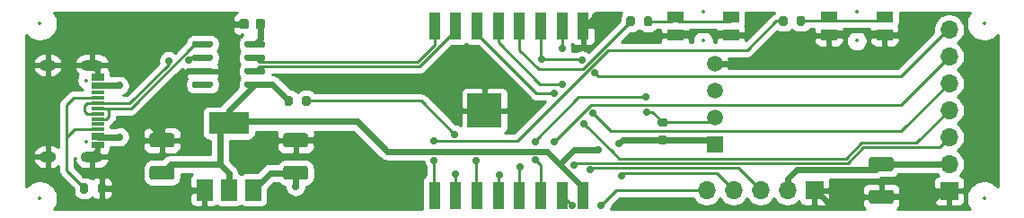
<source format=gbr>
%TF.GenerationSoftware,KiCad,Pcbnew,(5.1.10)-1*%
%TF.CreationDate,2021-05-06T00:31:15+08:00*%
%TF.ProjectId,wifivfd,77696669-7666-4642-9e6b-696361645f70,rev?*%
%TF.SameCoordinates,Original*%
%TF.FileFunction,Copper,L1,Top*%
%TF.FilePolarity,Positive*%
%FSLAX46Y46*%
G04 Gerber Fmt 4.6, Leading zero omitted, Abs format (unit mm)*
G04 Created by KiCad (PCBNEW (5.1.10)-1) date 2021-05-06 00:31:15*
%MOMM*%
%LPD*%
G01*
G04 APERTURE LIST*
%TA.AperFunction,ComponentPad*%
%ADD10R,1.500000X1.500000*%
%TD*%
%TA.AperFunction,ComponentPad*%
%ADD11C,1.500000*%
%TD*%
%TA.AperFunction,SMDPad,CuDef*%
%ADD12R,1.550000X1.000000*%
%TD*%
%TA.AperFunction,ComponentPad*%
%ADD13O,1.700000X1.700000*%
%TD*%
%TA.AperFunction,ComponentPad*%
%ADD14R,1.700000X1.700000*%
%TD*%
%TA.AperFunction,SMDPad,CuDef*%
%ADD15R,1.100000X2.600000*%
%TD*%
%TA.AperFunction,SMDPad,CuDef*%
%ADD16R,3.200000X3.200000*%
%TD*%
%TA.AperFunction,ComponentPad*%
%ADD17O,2.100000X1.000000*%
%TD*%
%TA.AperFunction,ComponentPad*%
%ADD18O,1.600000X1.000000*%
%TD*%
%TA.AperFunction,SMDPad,CuDef*%
%ADD19R,1.150000X0.300000*%
%TD*%
%TA.AperFunction,SMDPad,CuDef*%
%ADD20R,3.800000X2.000000*%
%TD*%
%TA.AperFunction,SMDPad,CuDef*%
%ADD21R,1.500000X2.000000*%
%TD*%
%TA.AperFunction,ViaPad*%
%ADD22C,0.700000*%
%TD*%
%TA.AperFunction,Conductor*%
%ADD23C,0.500000*%
%TD*%
%TA.AperFunction,Conductor*%
%ADD24C,0.600000*%
%TD*%
%TA.AperFunction,Conductor*%
%ADD25C,0.250000*%
%TD*%
%TA.AperFunction,Conductor*%
%ADD26C,0.200000*%
%TD*%
%TA.AperFunction,Conductor*%
%ADD27C,0.254000*%
%TD*%
%TA.AperFunction,Conductor*%
%ADD28C,0.350000*%
%TD*%
%ADD29C,0.350000*%
%ADD30O,1.700000X0.600000*%
%ADD31O,1.200000X0.600000*%
G04 APERTURE END LIST*
D10*
%TO.P,DHT11,1*%
%TO.N,+3V3*%
X165600000Y-93200000D03*
D11*
%TO.P,DHT11,2*%
%TO.N,/PIN_D6*%
X165600000Y-90660000D03*
%TO.P,DHT11,3*%
%TO.N,Net-(U3-Pad3)*%
X165600000Y-88120000D03*
%TO.P,DHT11,4*%
%TO.N,GND*%
X165600000Y-85580000D03*
%TD*%
D12*
%TO.P,Flash,1*%
%TO.N,Net-(R4-Pad2)*%
X167125000Y-81150000D03*
X161875000Y-81150000D03*
%TO.P,Flash,2*%
%TO.N,GND*%
X161875000Y-82850000D03*
X167125000Y-82850000D03*
%TD*%
%TO.P,RST,1*%
%TO.N,Net-(R3-Pad2)*%
X181625000Y-81150000D03*
X176375000Y-81150000D03*
%TO.P,RST,2*%
%TO.N,GND*%
X176375000Y-82850000D03*
X181625000Y-82850000D03*
%TD*%
D13*
%TO.P,VFD,7*%
%TO.N,/PIN_D4*%
X187700000Y-82310000D03*
%TO.P,VFD,6*%
%TO.N,/PIN_D5*%
X187700000Y-84850000D03*
%TO.P,VFD,5*%
%TO.N,/PIN_D2*%
X187700000Y-87390000D03*
%TO.P,VFD,4*%
%TO.N,/PIN_D1*%
X187700000Y-89930000D03*
%TO.P,VFD,3*%
%TO.N,/PIN_D0*%
X187700000Y-92470000D03*
%TO.P,VFD,2*%
%TO.N,+5V*%
X187700000Y-95010000D03*
D14*
%TO.P,VFD,1*%
%TO.N,GND*%
X187700000Y-97550000D03*
%TD*%
D15*
%TO.P,U1,1*%
%TO.N,/nRST*%
X139200000Y-97950000D03*
%TO.P,U1,2*%
%TO.N,/ADC*%
X141200000Y-97950000D03*
%TO.P,U1,3*%
%TO.N,Net-(R1-Pad1)*%
X143200000Y-97950000D03*
%TO.P,U1,4*%
%TO.N,/PIN_D0*%
X145200000Y-97950000D03*
%TO.P,U1,5*%
%TO.N,/PIN_D5*%
X147200000Y-97950000D03*
%TO.P,U1,6*%
%TO.N,/PIN_D6*%
X149200000Y-97950000D03*
%TO.P,U1,7*%
%TO.N,/PIN_D7*%
X151200000Y-97950000D03*
%TO.P,U1,8*%
%TO.N,+3V3*%
X153200000Y-97950000D03*
%TO.P,U1,9*%
%TO.N,GND*%
X153200000Y-81950000D03*
%TO.P,U1,10*%
%TO.N,/PIN_D8*%
X151200000Y-81950000D03*
%TO.P,U1,11*%
%TO.N,/PIN_D4*%
X149200000Y-81950000D03*
%TO.P,U1,12*%
%TO.N,/GPIO0*%
X147200000Y-81950000D03*
%TO.P,U1,13*%
%TO.N,/PIN_D2*%
X145200000Y-81950000D03*
%TO.P,U1,14*%
%TO.N,/PIN_D1*%
X143200000Y-81950000D03*
%TO.P,U1,15*%
%TO.N,/RXD0*%
X141200000Y-81950000D03*
%TO.P,U1,16*%
%TO.N,/TXD0*%
X139200000Y-81950000D03*
D16*
%TO.P,U1,P$1*%
%TO.N,GND*%
X143900000Y-89950000D03*
%TD*%
D17*
%TO.P,Type-C,S1*%
%TO.N,GND*%
X106905000Y-85680000D03*
X106905000Y-94320000D03*
D18*
X102725000Y-85680000D03*
X102725000Y-94320000D03*
D19*
%TO.P,Type-C,B1*%
X107470000Y-93050000D03*
%TO.P,Type-C,B4*%
%TO.N,+5V*%
X107470000Y-92250000D03*
%TO.P,Type-C,B5*%
%TO.N,Net-(J1-PadA5)*%
X107470000Y-91750000D03*
%TO.P,Type-C,A8*%
%TO.N,Net-(J1-PadA8)*%
X107470000Y-91250000D03*
%TO.P,Type-C,B6*%
%TO.N,/D_P*%
X107470000Y-90750000D03*
%TO.P,Type-C,A7*%
%TO.N,/D_N*%
X107470000Y-90250000D03*
%TO.P,Type-C,A6*%
%TO.N,/D_P*%
X107470000Y-89750000D03*
%TO.P,Type-C,B7*%
%TO.N,/D_N*%
X107470000Y-89250000D03*
%TO.P,Type-C,A5*%
%TO.N,Net-(J1-PadA5)*%
X107470000Y-88750000D03*
%TO.P,Type-C,B8*%
%TO.N,Net-(J1-PadB8)*%
X107470000Y-88250000D03*
%TO.P,Type-C,A4*%
%TO.N,+5V*%
X107470000Y-87450000D03*
%TO.P,Type-C,A1*%
%TO.N,GND*%
X107470000Y-86650000D03*
%TO.P,Type-C,B12*%
X107470000Y-86950000D03*
%TO.P,Type-C,B9*%
%TO.N,+5V*%
X107470000Y-87750000D03*
%TO.P,Type-C,A9*%
X107470000Y-92550000D03*
%TO.P,Type-C,A12*%
%TO.N,GND*%
X107470000Y-93350000D03*
%TD*%
%TO.P,U4,1*%
%TO.N,/D_P*%
%TA.AperFunction,SMDPad,CuDef*%
G36*
G01*
X116350000Y-83845000D02*
X116350000Y-83545000D01*
G75*
G02*
X116500000Y-83395000I150000J0D01*
G01*
X118150000Y-83395000D01*
G75*
G02*
X118300000Y-83545000I0J-150000D01*
G01*
X118300000Y-83845000D01*
G75*
G02*
X118150000Y-83995000I-150000J0D01*
G01*
X116500000Y-83995000D01*
G75*
G02*
X116350000Y-83845000I0J150000D01*
G01*
G37*
%TD.AperFunction*%
%TO.P,U4,2*%
%TO.N,/D_N*%
%TA.AperFunction,SMDPad,CuDef*%
G36*
G01*
X116350000Y-85115000D02*
X116350000Y-84815000D01*
G75*
G02*
X116500000Y-84665000I150000J0D01*
G01*
X118150000Y-84665000D01*
G75*
G02*
X118300000Y-84815000I0J-150000D01*
G01*
X118300000Y-85115000D01*
G75*
G02*
X118150000Y-85265000I-150000J0D01*
G01*
X116500000Y-85265000D01*
G75*
G02*
X116350000Y-85115000I0J150000D01*
G01*
G37*
%TD.AperFunction*%
%TO.P,U4,3*%
%TO.N,GND*%
%TA.AperFunction,SMDPad,CuDef*%
G36*
G01*
X116350000Y-86385000D02*
X116350000Y-86085000D01*
G75*
G02*
X116500000Y-85935000I150000J0D01*
G01*
X118150000Y-85935000D01*
G75*
G02*
X118300000Y-86085000I0J-150000D01*
G01*
X118300000Y-86385000D01*
G75*
G02*
X118150000Y-86535000I-150000J0D01*
G01*
X116500000Y-86535000D01*
G75*
G02*
X116350000Y-86385000I0J150000D01*
G01*
G37*
%TD.AperFunction*%
%TO.P,U4,4*%
%TO.N,Net-(U4-Pad4)*%
%TA.AperFunction,SMDPad,CuDef*%
G36*
G01*
X116350000Y-87655000D02*
X116350000Y-87355000D01*
G75*
G02*
X116500000Y-87205000I150000J0D01*
G01*
X118150000Y-87205000D01*
G75*
G02*
X118300000Y-87355000I0J-150000D01*
G01*
X118300000Y-87655000D01*
G75*
G02*
X118150000Y-87805000I-150000J0D01*
G01*
X116500000Y-87805000D01*
G75*
G02*
X116350000Y-87655000I0J150000D01*
G01*
G37*
%TD.AperFunction*%
%TO.P,U4,5*%
%TO.N,+3V3*%
%TA.AperFunction,SMDPad,CuDef*%
G36*
G01*
X121300000Y-87655000D02*
X121300000Y-87355000D01*
G75*
G02*
X121450000Y-87205000I150000J0D01*
G01*
X123100000Y-87205000D01*
G75*
G02*
X123250000Y-87355000I0J-150000D01*
G01*
X123250000Y-87655000D01*
G75*
G02*
X123100000Y-87805000I-150000J0D01*
G01*
X121450000Y-87805000D01*
G75*
G02*
X121300000Y-87655000I0J150000D01*
G01*
G37*
%TD.AperFunction*%
%TO.P,U4,6*%
%TO.N,/RXD0*%
%TA.AperFunction,SMDPad,CuDef*%
G36*
G01*
X121300000Y-86385000D02*
X121300000Y-86085000D01*
G75*
G02*
X121450000Y-85935000I150000J0D01*
G01*
X123100000Y-85935000D01*
G75*
G02*
X123250000Y-86085000I0J-150000D01*
G01*
X123250000Y-86385000D01*
G75*
G02*
X123100000Y-86535000I-150000J0D01*
G01*
X121450000Y-86535000D01*
G75*
G02*
X121300000Y-86385000I0J150000D01*
G01*
G37*
%TD.AperFunction*%
%TO.P,U4,7*%
%TO.N,/TXD0*%
%TA.AperFunction,SMDPad,CuDef*%
G36*
G01*
X121300000Y-85115000D02*
X121300000Y-84815000D01*
G75*
G02*
X121450000Y-84665000I150000J0D01*
G01*
X123100000Y-84665000D01*
G75*
G02*
X123250000Y-84815000I0J-150000D01*
G01*
X123250000Y-85115000D01*
G75*
G02*
X123100000Y-85265000I-150000J0D01*
G01*
X121450000Y-85265000D01*
G75*
G02*
X121300000Y-85115000I0J150000D01*
G01*
G37*
%TD.AperFunction*%
%TO.P,U4,8*%
%TO.N,Net-(C4-Pad1)*%
%TA.AperFunction,SMDPad,CuDef*%
G36*
G01*
X121300000Y-83845000D02*
X121300000Y-83545000D01*
G75*
G02*
X121450000Y-83395000I150000J0D01*
G01*
X123100000Y-83395000D01*
G75*
G02*
X123250000Y-83545000I0J-150000D01*
G01*
X123250000Y-83845000D01*
G75*
G02*
X123100000Y-83995000I-150000J0D01*
G01*
X121450000Y-83995000D01*
G75*
G02*
X121300000Y-83845000I0J150000D01*
G01*
G37*
%TD.AperFunction*%
%TD*%
D20*
%TO.P,U2,2*%
%TO.N,+3V3*%
X119800000Y-91150000D03*
D21*
X119800000Y-97450000D03*
%TO.P,U2,3*%
%TO.N,+5V*%
X122100000Y-97450000D03*
%TO.P,U2,1*%
%TO.N,GND*%
X117500000Y-97450000D03*
%TD*%
%TO.P,R5,1*%
%TO.N,/PIN_D6*%
%TA.AperFunction,SMDPad,CuDef*%
G36*
G01*
X160425000Y-90675000D02*
X160975000Y-90675000D01*
G75*
G02*
X161175000Y-90875000I0J-200000D01*
G01*
X161175000Y-91275000D01*
G75*
G02*
X160975000Y-91475000I-200000J0D01*
G01*
X160425000Y-91475000D01*
G75*
G02*
X160225000Y-91275000I0J200000D01*
G01*
X160225000Y-90875000D01*
G75*
G02*
X160425000Y-90675000I200000J0D01*
G01*
G37*
%TD.AperFunction*%
%TO.P,R5,2*%
%TO.N,+3V3*%
%TA.AperFunction,SMDPad,CuDef*%
G36*
G01*
X160425000Y-92325000D02*
X160975000Y-92325000D01*
G75*
G02*
X161175000Y-92525000I0J-200000D01*
G01*
X161175000Y-92925000D01*
G75*
G02*
X160975000Y-93125000I-200000J0D01*
G01*
X160425000Y-93125000D01*
G75*
G02*
X160225000Y-92925000I0J200000D01*
G01*
X160225000Y-92525000D01*
G75*
G02*
X160425000Y-92325000I200000J0D01*
G01*
G37*
%TD.AperFunction*%
%TD*%
%TO.P,R4,1*%
%TO.N,/GPIO0*%
%TA.AperFunction,SMDPad,CuDef*%
G36*
G01*
X157275000Y-81825000D02*
X157275000Y-81275000D01*
G75*
G02*
X157475000Y-81075000I200000J0D01*
G01*
X157875000Y-81075000D01*
G75*
G02*
X158075000Y-81275000I0J-200000D01*
G01*
X158075000Y-81825000D01*
G75*
G02*
X157875000Y-82025000I-200000J0D01*
G01*
X157475000Y-82025000D01*
G75*
G02*
X157275000Y-81825000I0J200000D01*
G01*
G37*
%TD.AperFunction*%
%TO.P,R4,2*%
%TO.N,Net-(R4-Pad2)*%
%TA.AperFunction,SMDPad,CuDef*%
G36*
G01*
X158925000Y-81825000D02*
X158925000Y-81275000D01*
G75*
G02*
X159125000Y-81075000I200000J0D01*
G01*
X159525000Y-81075000D01*
G75*
G02*
X159725000Y-81275000I0J-200000D01*
G01*
X159725000Y-81825000D01*
G75*
G02*
X159525000Y-82025000I-200000J0D01*
G01*
X159125000Y-82025000D01*
G75*
G02*
X158925000Y-81825000I0J200000D01*
G01*
G37*
%TD.AperFunction*%
%TD*%
%TO.P,R3,1*%
%TO.N,/nRST*%
%TA.AperFunction,SMDPad,CuDef*%
G36*
G01*
X171675000Y-81775000D02*
X171675000Y-81225000D01*
G75*
G02*
X171875000Y-81025000I200000J0D01*
G01*
X172275000Y-81025000D01*
G75*
G02*
X172475000Y-81225000I0J-200000D01*
G01*
X172475000Y-81775000D01*
G75*
G02*
X172275000Y-81975000I-200000J0D01*
G01*
X171875000Y-81975000D01*
G75*
G02*
X171675000Y-81775000I0J200000D01*
G01*
G37*
%TD.AperFunction*%
%TO.P,R3,2*%
%TO.N,Net-(R3-Pad2)*%
%TA.AperFunction,SMDPad,CuDef*%
G36*
G01*
X173325000Y-81775000D02*
X173325000Y-81225000D01*
G75*
G02*
X173525000Y-81025000I200000J0D01*
G01*
X173925000Y-81025000D01*
G75*
G02*
X174125000Y-81225000I0J-200000D01*
G01*
X174125000Y-81775000D01*
G75*
G02*
X173925000Y-81975000I-200000J0D01*
G01*
X173525000Y-81975000D01*
G75*
G02*
X173325000Y-81775000I0J200000D01*
G01*
G37*
%TD.AperFunction*%
%TD*%
%TO.P,R2,1*%
%TO.N,GND*%
%TA.AperFunction,SMDPad,CuDef*%
G36*
G01*
X108225000Y-97025000D02*
X108225000Y-97575000D01*
G75*
G02*
X108025000Y-97775000I-200000J0D01*
G01*
X107625000Y-97775000D01*
G75*
G02*
X107425000Y-97575000I0J200000D01*
G01*
X107425000Y-97025000D01*
G75*
G02*
X107625000Y-96825000I200000J0D01*
G01*
X108025000Y-96825000D01*
G75*
G02*
X108225000Y-97025000I0J-200000D01*
G01*
G37*
%TD.AperFunction*%
%TO.P,R2,2*%
%TO.N,Net-(J1-PadA5)*%
%TA.AperFunction,SMDPad,CuDef*%
G36*
G01*
X106575000Y-97025000D02*
X106575000Y-97575000D01*
G75*
G02*
X106375000Y-97775000I-200000J0D01*
G01*
X105975000Y-97775000D01*
G75*
G02*
X105775000Y-97575000I0J200000D01*
G01*
X105775000Y-97025000D01*
G75*
G02*
X105975000Y-96825000I200000J0D01*
G01*
X106375000Y-96825000D01*
G75*
G02*
X106575000Y-97025000I0J-200000D01*
G01*
G37*
%TD.AperFunction*%
%TD*%
%TO.P,R1,1*%
%TO.N,Net-(R1-Pad1)*%
%TA.AperFunction,SMDPad,CuDef*%
G36*
G01*
X127500000Y-88775000D02*
X127500000Y-89325000D01*
G75*
G02*
X127300000Y-89525000I-200000J0D01*
G01*
X126900000Y-89525000D01*
G75*
G02*
X126700000Y-89325000I0J200000D01*
G01*
X126700000Y-88775000D01*
G75*
G02*
X126900000Y-88575000I200000J0D01*
G01*
X127300000Y-88575000D01*
G75*
G02*
X127500000Y-88775000I0J-200000D01*
G01*
G37*
%TD.AperFunction*%
%TO.P,R1,2*%
%TO.N,+3V3*%
%TA.AperFunction,SMDPad,CuDef*%
G36*
G01*
X125850000Y-88775000D02*
X125850000Y-89325000D01*
G75*
G02*
X125650000Y-89525000I-200000J0D01*
G01*
X125250000Y-89525000D01*
G75*
G02*
X125050000Y-89325000I0J200000D01*
G01*
X125050000Y-88775000D01*
G75*
G02*
X125250000Y-88575000I200000J0D01*
G01*
X125650000Y-88575000D01*
G75*
G02*
X125850000Y-88775000I0J-200000D01*
G01*
G37*
%TD.AperFunction*%
%TD*%
D14*
%TO.P,I/O,1*%
%TO.N,GND*%
X175000000Y-97500000D03*
D13*
%TO.P,I/O,2*%
%TO.N,+5V*%
X172460000Y-97500000D03*
%TO.P,I/O,3*%
%TO.N,/ADC*%
X169920000Y-97500000D03*
%TO.P,I/O,4*%
%TO.N,/PIN_D8*%
X167380000Y-97500000D03*
%TO.P,I/O,5*%
%TO.N,/PIN_D7*%
X164840000Y-97500000D03*
%TD*%
%TO.P,C4,1*%
%TO.N,Net-(C4-Pad1)*%
%TA.AperFunction,SMDPad,CuDef*%
G36*
G01*
X123225000Y-81550000D02*
X123225000Y-82050000D01*
G75*
G02*
X123000000Y-82275000I-225000J0D01*
G01*
X122550000Y-82275000D01*
G75*
G02*
X122325000Y-82050000I0J225000D01*
G01*
X122325000Y-81550000D01*
G75*
G02*
X122550000Y-81325000I225000J0D01*
G01*
X123000000Y-81325000D01*
G75*
G02*
X123225000Y-81550000I0J-225000D01*
G01*
G37*
%TD.AperFunction*%
%TO.P,C4,2*%
%TO.N,GND*%
%TA.AperFunction,SMDPad,CuDef*%
G36*
G01*
X121675000Y-81550000D02*
X121675000Y-82050000D01*
G75*
G02*
X121450000Y-82275000I-225000J0D01*
G01*
X121000000Y-82275000D01*
G75*
G02*
X120775000Y-82050000I0J225000D01*
G01*
X120775000Y-81550000D01*
G75*
G02*
X121000000Y-81325000I225000J0D01*
G01*
X121450000Y-81325000D01*
G75*
G02*
X121675000Y-81550000I0J-225000D01*
G01*
G37*
%TD.AperFunction*%
%TD*%
%TO.P,C3,1*%
%TO.N,+5V*%
%TA.AperFunction,SMDPad,CuDef*%
G36*
G01*
X180374998Y-94362500D02*
X182225002Y-94362500D01*
G75*
G02*
X182475000Y-94612498I0J-249998D01*
G01*
X182475000Y-95437502D01*
G75*
G02*
X182225002Y-95687500I-249998J0D01*
G01*
X180374998Y-95687500D01*
G75*
G02*
X180125000Y-95437502I0J249998D01*
G01*
X180125000Y-94612498D01*
G75*
G02*
X180374998Y-94362500I249998J0D01*
G01*
G37*
%TD.AperFunction*%
%TO.P,C3,2*%
%TO.N,GND*%
%TA.AperFunction,SMDPad,CuDef*%
G36*
G01*
X180374998Y-97437500D02*
X182225002Y-97437500D01*
G75*
G02*
X182475000Y-97687498I0J-249998D01*
G01*
X182475000Y-98512502D01*
G75*
G02*
X182225002Y-98762500I-249998J0D01*
G01*
X180374998Y-98762500D01*
G75*
G02*
X180125000Y-98512502I0J249998D01*
G01*
X180125000Y-97687498D01*
G75*
G02*
X180374998Y-97437500I249998J0D01*
G01*
G37*
%TD.AperFunction*%
%TD*%
%TO.P,C2,1*%
%TO.N,+3V3*%
%TA.AperFunction,SMDPad,CuDef*%
G36*
G01*
X114425002Y-96500000D02*
X112574998Y-96500000D01*
G75*
G02*
X112325000Y-96250002I0J249998D01*
G01*
X112325000Y-95424998D01*
G75*
G02*
X112574998Y-95175000I249998J0D01*
G01*
X114425002Y-95175000D01*
G75*
G02*
X114675000Y-95424998I0J-249998D01*
G01*
X114675000Y-96250002D01*
G75*
G02*
X114425002Y-96500000I-249998J0D01*
G01*
G37*
%TD.AperFunction*%
%TO.P,C2,2*%
%TO.N,GND*%
%TA.AperFunction,SMDPad,CuDef*%
G36*
G01*
X114425002Y-93425000D02*
X112574998Y-93425000D01*
G75*
G02*
X112325000Y-93175002I0J249998D01*
G01*
X112325000Y-92349998D01*
G75*
G02*
X112574998Y-92100000I249998J0D01*
G01*
X114425002Y-92100000D01*
G75*
G02*
X114675000Y-92349998I0J-249998D01*
G01*
X114675000Y-93175002D01*
G75*
G02*
X114425002Y-93425000I-249998J0D01*
G01*
G37*
%TD.AperFunction*%
%TD*%
%TO.P,C1,1*%
%TO.N,+5V*%
%TA.AperFunction,SMDPad,CuDef*%
G36*
G01*
X127025002Y-96500000D02*
X125174998Y-96500000D01*
G75*
G02*
X124925000Y-96250002I0J249998D01*
G01*
X124925000Y-95424998D01*
G75*
G02*
X125174998Y-95175000I249998J0D01*
G01*
X127025002Y-95175000D01*
G75*
G02*
X127275000Y-95424998I0J-249998D01*
G01*
X127275000Y-96250002D01*
G75*
G02*
X127025002Y-96500000I-249998J0D01*
G01*
G37*
%TD.AperFunction*%
%TO.P,C1,2*%
%TO.N,GND*%
%TA.AperFunction,SMDPad,CuDef*%
G36*
G01*
X127025002Y-93425000D02*
X125174998Y-93425000D01*
G75*
G02*
X124925000Y-93175002I0J249998D01*
G01*
X124925000Y-92349998D01*
G75*
G02*
X125174998Y-92100000I249998J0D01*
G01*
X127025002Y-92100000D01*
G75*
G02*
X127275000Y-92349998I0J-249998D01*
G01*
X127275000Y-93175002D01*
G75*
G02*
X127025002Y-93425000I-249998J0D01*
G01*
G37*
%TD.AperFunction*%
%TD*%
D22*
%TO.N,GND*%
X172500000Y-85000000D03*
X174500000Y-85000000D03*
X173500000Y-85000000D03*
X167150000Y-85550000D03*
X115550000Y-86600000D03*
X108950000Y-97300000D03*
X112600000Y-91500000D03*
X154400000Y-81050000D03*
X183400000Y-98300000D03*
X186250000Y-98300000D03*
X176300000Y-98700000D03*
X128250000Y-92750000D03*
X115700000Y-98100000D03*
X120000000Y-81800000D03*
X143100000Y-90700000D03*
X144800000Y-90700000D03*
X144800000Y-89150000D03*
X143100000Y-89150000D03*
X191000000Y-88000000D03*
X191000000Y-89000000D03*
X191000000Y-90000000D03*
X191000000Y-91000000D03*
X131500000Y-87500000D03*
X132500000Y-87500000D03*
X133500000Y-87500000D03*
X134500000Y-87500000D03*
X122500000Y-94000000D03*
X114500000Y-89500000D03*
X115500000Y-89500000D03*
X133000000Y-95500000D03*
X134000000Y-95500000D03*
X135000000Y-95500000D03*
X178500000Y-97000000D03*
X178500000Y-98000000D03*
X168750000Y-82500000D03*
X183250000Y-82450000D03*
X160000000Y-83000000D03*
X174500000Y-83000000D03*
%TO.N,+5V*%
X126100000Y-97150000D03*
X109500000Y-92450000D03*
X109500000Y-87600000D03*
%TO.N,+3V3*%
X154600000Y-93700000D03*
X156600000Y-93100000D03*
%TO.N,/D_N*%
X115982929Y-85232927D03*
X114150000Y-85250000D03*
%TO.N,/PIN_D4*%
X149300000Y-85150000D03*
X153100000Y-85200000D03*
X154310349Y-86410349D03*
%TO.N,/PIN_D5*%
X150450000Y-92899998D03*
X147250000Y-95300004D03*
%TO.N,/PIN_D2*%
X151250000Y-87450000D03*
X154100000Y-90200000D03*
%TO.N,/PIN_D1*%
X153300000Y-91200000D03*
X150500000Y-88350000D03*
%TO.N,/PIN_D0*%
X152300000Y-95100000D03*
X145350000Y-96050000D03*
%TO.N,/PIN_D7*%
X154900000Y-98950000D03*
X152149998Y-98950000D03*
%TO.N,/PIN_D8*%
X151200000Y-84100000D03*
X156850000Y-96150000D03*
%TO.N,/ADC*%
X141200000Y-95950000D03*
X153900000Y-95525010D03*
%TO.N,Net-(R1-Pad1)*%
X141100000Y-92200000D03*
X143100000Y-94700000D03*
%TO.N,/nRST*%
X139150000Y-94650000D03*
X139149996Y-92850000D03*
%TO.N,/PIN_D6*%
X148700000Y-94600000D03*
X148700000Y-92900000D03*
X159100000Y-88700000D03*
X159200000Y-90100000D03*
%TD*%
D23*
%TO.N,GND*%
X107470000Y-86245000D02*
X106905000Y-85680000D01*
X107470000Y-86650000D02*
X107470000Y-86245000D01*
X107470000Y-93755000D02*
X106905000Y-94320000D01*
X107470000Y-93350000D02*
X107470000Y-93755000D01*
D24*
X121225000Y-81800000D02*
X120000000Y-81800000D01*
X113500000Y-92400000D02*
X112600000Y-91500000D01*
X113500000Y-92762500D02*
X113500000Y-92400000D01*
X116350000Y-97450000D02*
X115700000Y-98100000D01*
X117500000Y-97450000D02*
X116350000Y-97450000D01*
X107825000Y-97300000D02*
X108950000Y-97300000D01*
X128237500Y-92762500D02*
X128250000Y-92750000D01*
X126100000Y-92762500D02*
X128237500Y-92762500D01*
X115915000Y-86235000D02*
X115550000Y-86600000D01*
X117325000Y-86235000D02*
X115915000Y-86235000D01*
X153500000Y-81950000D02*
X154400000Y-81050000D01*
X153200000Y-81950000D02*
X153500000Y-81950000D01*
X175100000Y-97500000D02*
X176300000Y-98700000D01*
X175000000Y-97500000D02*
X175100000Y-97500000D01*
X183200000Y-98100000D02*
X183400000Y-98300000D01*
X181300000Y-98100000D02*
X183200000Y-98100000D01*
X187000000Y-97550000D02*
X186250000Y-98300000D01*
X187700000Y-97550000D02*
X187000000Y-97550000D01*
D23*
X107470000Y-93350000D02*
X107470000Y-93150009D01*
X107470000Y-86650000D02*
X107470000Y-86849991D01*
D24*
X182850000Y-82850000D02*
X183250000Y-82450000D01*
X181625000Y-82850000D02*
X182850000Y-82850000D01*
X168400000Y-82850000D02*
X168750000Y-82500000D01*
X167125000Y-82850000D02*
X168400000Y-82850000D01*
D25*
X166775000Y-82500000D02*
X167125000Y-82850000D01*
X162225000Y-82500000D02*
X166775000Y-82500000D01*
X161875000Y-82850000D02*
X162225000Y-82500000D01*
X176725000Y-82500000D02*
X181275000Y-82500000D01*
X181275000Y-82500000D02*
X181625000Y-82850000D01*
X176375000Y-82850000D02*
X176725000Y-82500000D01*
D24*
X167120000Y-85580000D02*
X167150000Y-85550000D01*
X165600000Y-85580000D02*
X167120000Y-85580000D01*
%TO.N,+5V*%
X123712500Y-95837500D02*
X122100000Y-97450000D01*
X126100000Y-95837500D02*
X123712500Y-95837500D01*
X126100000Y-95837500D02*
X126100000Y-97150000D01*
X109005026Y-92450000D02*
X109500000Y-92450000D01*
X107470000Y-92449999D02*
X109005026Y-92450000D01*
X109450001Y-87550001D02*
X109500000Y-87600000D01*
X107470000Y-87550001D02*
X109450001Y-87550001D01*
X187685000Y-95025000D02*
X187700000Y-95010000D01*
X181300000Y-95025000D02*
X187685000Y-95025000D01*
X172460000Y-96415000D02*
X172460000Y-97500000D01*
X173375000Y-95500000D02*
X172460000Y-96415000D01*
X180825000Y-95500000D02*
X173375000Y-95500000D01*
X181300000Y-95025000D02*
X180825000Y-95500000D01*
%TO.N,+3V3*%
X119800000Y-95850000D02*
X119800000Y-97450000D01*
X119000000Y-95050000D02*
X119800000Y-95850000D01*
X114287500Y-95050000D02*
X119000000Y-95050000D01*
X113500000Y-95837500D02*
X114287500Y-95050000D01*
X119800000Y-89980000D02*
X122275000Y-87505000D01*
X119800000Y-91150000D02*
X119800000Y-89980000D01*
X119000000Y-91950000D02*
X119800000Y-91150000D01*
X119000000Y-95050000D02*
X119000000Y-91950000D01*
X131900000Y-91000000D02*
X134700000Y-93800000D01*
X119950000Y-91000000D02*
X131900000Y-91000000D01*
X119800000Y-91150000D02*
X119950000Y-91000000D01*
X122275000Y-87505000D02*
X123905000Y-87505000D01*
X123905000Y-87505000D02*
X125450000Y-89050000D01*
X134700000Y-93800000D02*
X146850000Y-93800000D01*
X153200000Y-97200000D02*
X153200000Y-97950000D01*
X146850000Y-93800000D02*
X147200000Y-93800000D01*
X146850000Y-93800000D02*
X149800000Y-93800000D01*
X152300000Y-93700000D02*
X154600000Y-93700000D01*
X151000000Y-95000000D02*
X152300000Y-93700000D01*
X149800000Y-93800000D02*
X151000000Y-95000000D01*
X151000000Y-95000000D02*
X153200000Y-97200000D01*
X165125000Y-92725000D02*
X165600000Y-93200000D01*
X160700000Y-92725000D02*
X165125000Y-92725000D01*
X160675000Y-92750000D02*
X160700000Y-92725000D01*
X156950000Y-92750000D02*
X160675000Y-92750000D01*
X156600000Y-93100000D02*
X156950000Y-92750000D01*
%TO.N,Net-(C4-Pad1)*%
X122775000Y-83195000D02*
X122275000Y-83695000D01*
X122775000Y-81800000D02*
X122775000Y-83195000D01*
D25*
%TO.N,Net-(J1-PadA5)*%
X104500000Y-92500000D02*
X105250000Y-91750000D01*
X104500000Y-95625000D02*
X104500000Y-92500000D01*
X105250000Y-91750000D02*
X107470000Y-91750000D01*
X106175000Y-97300000D02*
X104500000Y-95625000D01*
X104500000Y-89400000D02*
X104500000Y-92500000D01*
X105150000Y-88750000D02*
X104500000Y-89400000D01*
X107470000Y-88750000D02*
X105150000Y-88750000D01*
%TO.N,/D_N*%
X106447500Y-90250000D02*
X107470000Y-90250000D01*
X106200000Y-90002500D02*
X106447500Y-90250000D01*
X106200000Y-89500000D02*
X106200000Y-90002500D01*
X106450000Y-89250000D02*
X106200000Y-89500000D01*
X107470000Y-89250000D02*
X106450000Y-89250000D01*
X116250856Y-84965000D02*
X117325000Y-84965000D01*
X115982929Y-85232927D02*
X116250856Y-84965000D01*
X114150000Y-85600000D02*
X114150000Y-85250000D01*
X110450000Y-89300000D02*
X114150000Y-85600000D01*
X107520000Y-89300000D02*
X110450000Y-89300000D01*
X107470000Y-89250000D02*
X107520000Y-89300000D01*
%TO.N,/D_P*%
X108250000Y-90750000D02*
X107470000Y-90750000D01*
X108500000Y-90500000D02*
X108250000Y-90750000D01*
X108500000Y-89955000D02*
X108500000Y-90500000D01*
X108295000Y-89750000D02*
X108500000Y-89955000D01*
X107470000Y-89750000D02*
X108295000Y-89750000D01*
X110581971Y-89750000D02*
X116636971Y-83695000D01*
X107470000Y-89750000D02*
X110581971Y-89750000D01*
X116636971Y-83695000D02*
X117325000Y-83695000D01*
%TO.N,/PIN_D4*%
X149200000Y-85050000D02*
X149300000Y-85150000D01*
X149200000Y-81950000D02*
X149200000Y-85050000D01*
X153050000Y-85150000D02*
X153100000Y-85200000D01*
X149300000Y-85150000D02*
X153050000Y-85150000D01*
X187590000Y-82310000D02*
X187700000Y-82310000D01*
X183139652Y-86760348D02*
X187590000Y-82310000D01*
X154660348Y-86760348D02*
X183139652Y-86760348D01*
X154310349Y-86410349D02*
X154660348Y-86760348D01*
%TO.N,/PIN_D5*%
X147200000Y-97950000D02*
X147200000Y-95350004D01*
X147200000Y-95350004D02*
X147250000Y-95300004D01*
X153949998Y-89400000D02*
X150450000Y-92899998D01*
X183150000Y-89400000D02*
X153949998Y-89400000D01*
X187700000Y-84850000D02*
X183150000Y-89400000D01*
%TO.N,/PIN_D2*%
X145200000Y-83500000D02*
X145200000Y-81950000D01*
X149150000Y-87450000D02*
X145200000Y-83500000D01*
X151250000Y-87450000D02*
X149150000Y-87450000D01*
X155800000Y-91900000D02*
X154100000Y-90200000D01*
X183190000Y-91900000D02*
X155800000Y-91900000D01*
X187700000Y-87390000D02*
X183190000Y-91900000D01*
%TO.N,/PIN_D1*%
X143200000Y-82750000D02*
X143200000Y-81950000D01*
X148800000Y-88350000D02*
X143200000Y-82750000D01*
X150500000Y-88350000D02*
X148800000Y-88350000D01*
X156045001Y-93945001D02*
X153300000Y-91200000D01*
X177962500Y-94500000D02*
X156600000Y-94500000D01*
X184630000Y-93000000D02*
X179462500Y-93000000D01*
X179462500Y-93000000D02*
X177962500Y-94500000D01*
X156600000Y-94500000D02*
X156045001Y-93945001D01*
X187700000Y-89930000D02*
X184630000Y-93000000D01*
%TO.N,/PIN_D0*%
X145200000Y-97950000D02*
X145200000Y-96200000D01*
X145200000Y-96200000D02*
X145350000Y-96050000D01*
X152500000Y-94900000D02*
X152300000Y-95100000D01*
X178128200Y-94900000D02*
X152500000Y-94900000D01*
X179628200Y-93400000D02*
X178128200Y-94900000D01*
X186770000Y-93400000D02*
X179628200Y-93400000D01*
X187700000Y-92470000D02*
X186770000Y-93400000D01*
%TO.N,/PIN_D7*%
X164840000Y-97500000D02*
X156350000Y-97500000D01*
X156350000Y-97500000D02*
X154900000Y-98950000D01*
X152149998Y-98899998D02*
X151200000Y-97950000D01*
X152149998Y-98950000D02*
X152149998Y-98899998D01*
%TO.N,/PIN_D8*%
X151200000Y-84100000D02*
X151200000Y-81950000D01*
X165780000Y-95900000D02*
X167380000Y-97500000D01*
X157100000Y-95900000D02*
X165780000Y-95900000D01*
X156850000Y-96150000D02*
X157100000Y-95900000D01*
%TO.N,/ADC*%
X141200000Y-95950000D02*
X141200000Y-97950000D01*
X154025010Y-95400000D02*
X153900000Y-95525010D01*
X167820000Y-95400000D02*
X154025010Y-95400000D01*
X169920000Y-97500000D02*
X167820000Y-95400000D01*
D26*
%TO.N,Net-(R1-Pad1)*%
X143150000Y-97900000D02*
X143200000Y-97950000D01*
D25*
X137950000Y-89050000D02*
X141100000Y-92200000D01*
X127100000Y-89050000D02*
X137950000Y-89050000D01*
X143100000Y-97850000D02*
X143200000Y-97950000D01*
X143100000Y-94700000D02*
X143100000Y-97850000D01*
%TO.N,Net-(R3-Pad2)*%
X176025000Y-81500000D02*
X176375000Y-81150000D01*
X173725000Y-81500000D02*
X176025000Y-81500000D01*
X181275000Y-81500000D02*
X181625000Y-81150000D01*
X176725000Y-81500000D02*
X181275000Y-81500000D01*
X176375000Y-81150000D02*
X176725000Y-81500000D01*
%TO.N,/nRST*%
X139150000Y-97900000D02*
X139200000Y-97950000D01*
X139150000Y-94650000D02*
X139150000Y-97900000D01*
X146986814Y-92850000D02*
X139149996Y-92850000D01*
X155586814Y-84250000D02*
X146986814Y-92850000D01*
X168662500Y-84250000D02*
X155586814Y-84250000D01*
X171412500Y-81500000D02*
X168662500Y-84250000D01*
X172075000Y-81500000D02*
X171412500Y-81500000D01*
%TO.N,Net-(R4-Pad2)*%
X161475000Y-81550000D02*
X161875000Y-81150000D01*
X159325000Y-81550000D02*
X161475000Y-81550000D01*
X167000002Y-81550000D02*
X167275001Y-81275001D01*
X162275000Y-81550000D02*
X167000002Y-81550000D01*
X161875000Y-81150000D02*
X162275000Y-81550000D01*
%TO.N,/GPIO0*%
X147200000Y-84250000D02*
X147200000Y-81950000D01*
X149000000Y-86050000D02*
X147200000Y-84250000D01*
X153175000Y-86050000D02*
X149000000Y-86050000D01*
X157675000Y-81550000D02*
X153175000Y-86050000D01*
%TO.N,/PIN_D6*%
X149200000Y-95100000D02*
X148700000Y-94600000D01*
X149200000Y-97950000D02*
X149200000Y-95100000D01*
X152800000Y-88700000D02*
X159100000Y-88700000D01*
X148700000Y-92800000D02*
X152800000Y-88700000D01*
X148700000Y-92900000D02*
X148700000Y-92800000D01*
X159725000Y-90100000D02*
X160700000Y-91075000D01*
X159200000Y-90100000D02*
X159725000Y-90100000D01*
X165185000Y-91075000D02*
X165600000Y-90660000D01*
X160700000Y-91075000D02*
X165185000Y-91075000D01*
%TO.N,/TXD0*%
X137600000Y-85400000D02*
X122710000Y-85400000D01*
X139200000Y-83800000D02*
X137600000Y-85400000D01*
X139200000Y-81950000D02*
X139200000Y-83800000D01*
X122710000Y-85400000D02*
X122275000Y-84965000D01*
%TO.N,/RXD0*%
X141200000Y-82400000D02*
X141200000Y-81950000D01*
X137800000Y-85800000D02*
X141200000Y-82400000D01*
X122710000Y-85800000D02*
X137800000Y-85800000D01*
X122275000Y-86235000D02*
X122710000Y-85800000D01*
%TD*%
D27*
%TO.N,GND*%
X189506772Y-80951853D02*
X189379754Y-81258504D01*
X189315000Y-81584042D01*
X189315000Y-81915958D01*
X189379754Y-82241496D01*
X189506772Y-82548147D01*
X189691175Y-82824125D01*
X189925875Y-83058825D01*
X190201853Y-83243228D01*
X190508504Y-83370246D01*
X190834042Y-83435000D01*
X191165958Y-83435000D01*
X191491496Y-83370246D01*
X191798147Y-83243228D01*
X192074125Y-83058825D01*
X192290001Y-82842949D01*
X192290000Y-97157050D01*
X192074125Y-96941175D01*
X191798147Y-96756772D01*
X191491496Y-96629754D01*
X191165958Y-96565000D01*
X190834042Y-96565000D01*
X190508504Y-96629754D01*
X190201853Y-96756772D01*
X189925875Y-96941175D01*
X189691175Y-97175875D01*
X189506772Y-97451853D01*
X189379754Y-97758504D01*
X189315000Y-98084042D01*
X189315000Y-98415958D01*
X189379754Y-98741496D01*
X189506772Y-99048147D01*
X189668373Y-99290000D01*
X182833195Y-99290000D01*
X182926185Y-99213685D01*
X183005537Y-99116994D01*
X183064502Y-99006680D01*
X183100812Y-98886982D01*
X183113072Y-98762500D01*
X183110117Y-98400000D01*
X186211928Y-98400000D01*
X186224188Y-98524482D01*
X186260498Y-98644180D01*
X186319463Y-98754494D01*
X186398815Y-98851185D01*
X186495506Y-98930537D01*
X186605820Y-98989502D01*
X186725518Y-99025812D01*
X186850000Y-99038072D01*
X187414250Y-99035000D01*
X187573000Y-98876250D01*
X187573000Y-97677000D01*
X187827000Y-97677000D01*
X187827000Y-98876250D01*
X187985750Y-99035000D01*
X188550000Y-99038072D01*
X188674482Y-99025812D01*
X188794180Y-98989502D01*
X188904494Y-98930537D01*
X189001185Y-98851185D01*
X189080537Y-98754494D01*
X189139502Y-98644180D01*
X189175812Y-98524482D01*
X189188072Y-98400000D01*
X189185000Y-97835750D01*
X189026250Y-97677000D01*
X187827000Y-97677000D01*
X187573000Y-97677000D01*
X186373750Y-97677000D01*
X186215000Y-97835750D01*
X186211928Y-98400000D01*
X183110117Y-98400000D01*
X183110000Y-98385750D01*
X182951250Y-98227000D01*
X181427000Y-98227000D01*
X181427000Y-98247000D01*
X181173000Y-98247000D01*
X181173000Y-98227000D01*
X179648750Y-98227000D01*
X179490000Y-98385750D01*
X179486928Y-98762500D01*
X179499188Y-98886982D01*
X179535498Y-99006680D01*
X179594463Y-99116994D01*
X179673815Y-99213685D01*
X179766805Y-99290000D01*
X155825324Y-99290000D01*
X155847147Y-99237314D01*
X155885000Y-99047014D01*
X155885000Y-99039801D01*
X156664802Y-98260000D01*
X163561822Y-98260000D01*
X163686525Y-98446632D01*
X163893368Y-98653475D01*
X164136589Y-98815990D01*
X164406842Y-98927932D01*
X164693740Y-98985000D01*
X164986260Y-98985000D01*
X165273158Y-98927932D01*
X165543411Y-98815990D01*
X165786632Y-98653475D01*
X165993475Y-98446632D01*
X166110000Y-98272240D01*
X166226525Y-98446632D01*
X166433368Y-98653475D01*
X166676589Y-98815990D01*
X166946842Y-98927932D01*
X167233740Y-98985000D01*
X167526260Y-98985000D01*
X167813158Y-98927932D01*
X168083411Y-98815990D01*
X168326632Y-98653475D01*
X168533475Y-98446632D01*
X168650000Y-98272240D01*
X168766525Y-98446632D01*
X168973368Y-98653475D01*
X169216589Y-98815990D01*
X169486842Y-98927932D01*
X169773740Y-98985000D01*
X170066260Y-98985000D01*
X170353158Y-98927932D01*
X170623411Y-98815990D01*
X170866632Y-98653475D01*
X171073475Y-98446632D01*
X171190000Y-98272240D01*
X171306525Y-98446632D01*
X171513368Y-98653475D01*
X171756589Y-98815990D01*
X172026842Y-98927932D01*
X172313740Y-98985000D01*
X172606260Y-98985000D01*
X172893158Y-98927932D01*
X173163411Y-98815990D01*
X173406632Y-98653475D01*
X173538487Y-98521620D01*
X173560498Y-98594180D01*
X173619463Y-98704494D01*
X173698815Y-98801185D01*
X173795506Y-98880537D01*
X173905820Y-98939502D01*
X174025518Y-98975812D01*
X174150000Y-98988072D01*
X174714250Y-98985000D01*
X174873000Y-98826250D01*
X174873000Y-97627000D01*
X175127000Y-97627000D01*
X175127000Y-98826250D01*
X175285750Y-98985000D01*
X175850000Y-98988072D01*
X175974482Y-98975812D01*
X176094180Y-98939502D01*
X176204494Y-98880537D01*
X176301185Y-98801185D01*
X176380537Y-98704494D01*
X176439502Y-98594180D01*
X176475812Y-98474482D01*
X176488072Y-98350000D01*
X176485000Y-97785750D01*
X176326250Y-97627000D01*
X175127000Y-97627000D01*
X174873000Y-97627000D01*
X174853000Y-97627000D01*
X174853000Y-97437500D01*
X179486928Y-97437500D01*
X179490000Y-97814250D01*
X179648750Y-97973000D01*
X181173000Y-97973000D01*
X181173000Y-96961250D01*
X181427000Y-96961250D01*
X181427000Y-97973000D01*
X182951250Y-97973000D01*
X183110000Y-97814250D01*
X183113072Y-97437500D01*
X183100812Y-97313018D01*
X183064502Y-97193320D01*
X183005537Y-97083006D01*
X182926185Y-96986315D01*
X182829494Y-96906963D01*
X182719180Y-96847998D01*
X182599482Y-96811688D01*
X182475000Y-96799428D01*
X181585750Y-96802500D01*
X181427000Y-96961250D01*
X181173000Y-96961250D01*
X181014250Y-96802500D01*
X180125000Y-96799428D01*
X180000518Y-96811688D01*
X179880820Y-96847998D01*
X179770506Y-96906963D01*
X179673815Y-96986315D01*
X179594463Y-97083006D01*
X179535498Y-97193320D01*
X179499188Y-97313018D01*
X179486928Y-97437500D01*
X174853000Y-97437500D01*
X174853000Y-97373000D01*
X174873000Y-97373000D01*
X174873000Y-97353000D01*
X175127000Y-97353000D01*
X175127000Y-97373000D01*
X176326250Y-97373000D01*
X176485000Y-97214250D01*
X176488072Y-96650000D01*
X176475812Y-96525518D01*
X176448354Y-96435000D01*
X180779068Y-96435000D01*
X180825000Y-96439524D01*
X180870932Y-96435000D01*
X181008292Y-96421471D01*
X181184540Y-96368007D01*
X181263931Y-96325572D01*
X182225002Y-96325572D01*
X182398256Y-96308508D01*
X182564852Y-96257972D01*
X182718387Y-96175905D01*
X182852962Y-96065462D01*
X182939513Y-95960000D01*
X186549893Y-95960000D01*
X186678380Y-96088487D01*
X186605820Y-96110498D01*
X186495506Y-96169463D01*
X186398815Y-96248815D01*
X186319463Y-96345506D01*
X186260498Y-96455820D01*
X186224188Y-96575518D01*
X186211928Y-96700000D01*
X186215000Y-97264250D01*
X186373750Y-97423000D01*
X187573000Y-97423000D01*
X187573000Y-97403000D01*
X187827000Y-97403000D01*
X187827000Y-97423000D01*
X189026250Y-97423000D01*
X189185000Y-97264250D01*
X189188072Y-96700000D01*
X189175812Y-96575518D01*
X189139502Y-96455820D01*
X189080537Y-96345506D01*
X189001185Y-96248815D01*
X188904494Y-96169463D01*
X188794180Y-96110498D01*
X188721620Y-96088487D01*
X188853475Y-95956632D01*
X189015990Y-95713411D01*
X189127932Y-95443158D01*
X189185000Y-95156260D01*
X189185000Y-94863740D01*
X189127932Y-94576842D01*
X189015990Y-94306589D01*
X188853475Y-94063368D01*
X188646632Y-93856525D01*
X188472240Y-93740000D01*
X188646632Y-93623475D01*
X188853475Y-93416632D01*
X189015990Y-93173411D01*
X189127932Y-92903158D01*
X189185000Y-92616260D01*
X189185000Y-92323740D01*
X189127932Y-92036842D01*
X189015990Y-91766589D01*
X188853475Y-91523368D01*
X188646632Y-91316525D01*
X188472240Y-91200000D01*
X188646632Y-91083475D01*
X188853475Y-90876632D01*
X189015990Y-90633411D01*
X189127932Y-90363158D01*
X189185000Y-90076260D01*
X189185000Y-89783740D01*
X189127932Y-89496842D01*
X189015990Y-89226589D01*
X188853475Y-88983368D01*
X188646632Y-88776525D01*
X188472240Y-88660000D01*
X188646632Y-88543475D01*
X188853475Y-88336632D01*
X189015990Y-88093411D01*
X189127932Y-87823158D01*
X189185000Y-87536260D01*
X189185000Y-87243740D01*
X189127932Y-86956842D01*
X189015990Y-86686589D01*
X188853475Y-86443368D01*
X188646632Y-86236525D01*
X188472240Y-86120000D01*
X188646632Y-86003475D01*
X188853475Y-85796632D01*
X189015990Y-85553411D01*
X189127932Y-85283158D01*
X189185000Y-84996260D01*
X189185000Y-84703740D01*
X189127932Y-84416842D01*
X189015990Y-84146589D01*
X188853475Y-83903368D01*
X188646632Y-83696525D01*
X188472240Y-83580000D01*
X188646632Y-83463475D01*
X188853475Y-83256632D01*
X189015990Y-83013411D01*
X189127932Y-82743158D01*
X189185000Y-82456260D01*
X189185000Y-82163740D01*
X189127932Y-81876842D01*
X189015990Y-81606589D01*
X188853475Y-81363368D01*
X188646632Y-81156525D01*
X188403411Y-80994010D01*
X188133158Y-80882068D01*
X187846260Y-80825000D01*
X187553740Y-80825000D01*
X187266842Y-80882068D01*
X186996589Y-80994010D01*
X186753368Y-81156525D01*
X186546525Y-81363368D01*
X186384010Y-81606589D01*
X186272068Y-81876842D01*
X186215000Y-82163740D01*
X186215000Y-82456260D01*
X186240540Y-82584657D01*
X182824851Y-86000348D01*
X166922773Y-86000348D01*
X166977250Y-85780040D01*
X166989812Y-85507508D01*
X166948965Y-85237762D01*
X166866692Y-85010000D01*
X168625178Y-85010000D01*
X168662500Y-85013676D01*
X168699822Y-85010000D01*
X168699833Y-85010000D01*
X168811486Y-84999003D01*
X168954747Y-84955546D01*
X169086776Y-84884974D01*
X169202501Y-84790001D01*
X169226304Y-84760997D01*
X170637301Y-83350000D01*
X174961928Y-83350000D01*
X174974188Y-83474482D01*
X175010498Y-83594180D01*
X175069463Y-83704494D01*
X175148815Y-83801185D01*
X175245506Y-83880537D01*
X175355820Y-83939502D01*
X175475518Y-83975812D01*
X175600000Y-83988072D01*
X176089250Y-83985000D01*
X176248000Y-83826250D01*
X176248000Y-82977000D01*
X176502000Y-82977000D01*
X176502000Y-83826250D01*
X176660750Y-83985000D01*
X177150000Y-83988072D01*
X177274482Y-83975812D01*
X177394180Y-83939502D01*
X177504494Y-83880537D01*
X177601185Y-83801185D01*
X177680537Y-83704494D01*
X177739502Y-83594180D01*
X177775812Y-83474482D01*
X177788072Y-83350000D01*
X177787005Y-83275524D01*
X177990000Y-83275524D01*
X177990000Y-83474476D01*
X178028814Y-83669606D01*
X178104950Y-83853414D01*
X178215482Y-84018837D01*
X178356163Y-84159518D01*
X178521586Y-84270050D01*
X178705394Y-84346186D01*
X178900524Y-84385000D01*
X179099476Y-84385000D01*
X179294606Y-84346186D01*
X179478414Y-84270050D01*
X179643837Y-84159518D01*
X179784518Y-84018837D01*
X179895050Y-83853414D01*
X179971186Y-83669606D01*
X180010000Y-83474476D01*
X180010000Y-83350000D01*
X180211928Y-83350000D01*
X180224188Y-83474482D01*
X180260498Y-83594180D01*
X180319463Y-83704494D01*
X180398815Y-83801185D01*
X180495506Y-83880537D01*
X180605820Y-83939502D01*
X180725518Y-83975812D01*
X180850000Y-83988072D01*
X181339250Y-83985000D01*
X181498000Y-83826250D01*
X181498000Y-82977000D01*
X181752000Y-82977000D01*
X181752000Y-83826250D01*
X181910750Y-83985000D01*
X182400000Y-83988072D01*
X182524482Y-83975812D01*
X182644180Y-83939502D01*
X182754494Y-83880537D01*
X182851185Y-83801185D01*
X182930537Y-83704494D01*
X182989502Y-83594180D01*
X183025812Y-83474482D01*
X183038072Y-83350000D01*
X183035000Y-83135750D01*
X182876250Y-82977000D01*
X181752000Y-82977000D01*
X181498000Y-82977000D01*
X180373750Y-82977000D01*
X180215000Y-83135750D01*
X180211928Y-83350000D01*
X180010000Y-83350000D01*
X180010000Y-83275524D01*
X179971186Y-83080394D01*
X179895050Y-82896586D01*
X179784518Y-82731163D01*
X179643837Y-82590482D01*
X179478414Y-82479950D01*
X179294606Y-82403814D01*
X179099476Y-82365000D01*
X178900524Y-82365000D01*
X178705394Y-82403814D01*
X178521586Y-82479950D01*
X178356163Y-82590482D01*
X178215482Y-82731163D01*
X178104950Y-82896586D01*
X178028814Y-83080394D01*
X177990000Y-83275524D01*
X177787005Y-83275524D01*
X177785000Y-83135750D01*
X177626250Y-82977000D01*
X176502000Y-82977000D01*
X176248000Y-82977000D01*
X175123750Y-82977000D01*
X174965000Y-83135750D01*
X174961928Y-83350000D01*
X170637301Y-83350000D01*
X171478521Y-82508781D01*
X171554284Y-82549278D01*
X171711500Y-82596969D01*
X171875000Y-82613072D01*
X172275000Y-82613072D01*
X172438500Y-82596969D01*
X172595716Y-82549278D01*
X172740608Y-82471831D01*
X172867606Y-82367606D01*
X172900000Y-82328134D01*
X172932394Y-82367606D01*
X173059392Y-82471831D01*
X173204284Y-82549278D01*
X173361500Y-82596969D01*
X173525000Y-82613072D01*
X173925000Y-82613072D01*
X174088500Y-82596969D01*
X174245716Y-82549278D01*
X174390608Y-82471831D01*
X174517606Y-82367606D01*
X174605916Y-82260000D01*
X174970792Y-82260000D01*
X174961928Y-82350000D01*
X174965000Y-82564250D01*
X175123750Y-82723000D01*
X176248000Y-82723000D01*
X176248000Y-82703000D01*
X176502000Y-82703000D01*
X176502000Y-82723000D01*
X177626250Y-82723000D01*
X177785000Y-82564250D01*
X177788072Y-82350000D01*
X177779208Y-82260000D01*
X180220792Y-82260000D01*
X180211928Y-82350000D01*
X180215000Y-82564250D01*
X180373750Y-82723000D01*
X181498000Y-82723000D01*
X181498000Y-82703000D01*
X181752000Y-82703000D01*
X181752000Y-82723000D01*
X182876250Y-82723000D01*
X183035000Y-82564250D01*
X183038072Y-82350000D01*
X183025812Y-82225518D01*
X182989502Y-82105820D01*
X182932939Y-82000000D01*
X182989502Y-81894180D01*
X183025812Y-81774482D01*
X183038072Y-81650000D01*
X183038072Y-80710000D01*
X189668373Y-80710000D01*
X189506772Y-80951853D01*
%TA.AperFunction,Conductor*%
D28*
G36*
X189506772Y-80951853D02*
G01*
X189379754Y-81258504D01*
X189315000Y-81584042D01*
X189315000Y-81915958D01*
X189379754Y-82241496D01*
X189506772Y-82548147D01*
X189691175Y-82824125D01*
X189925875Y-83058825D01*
X190201853Y-83243228D01*
X190508504Y-83370246D01*
X190834042Y-83435000D01*
X191165958Y-83435000D01*
X191491496Y-83370246D01*
X191798147Y-83243228D01*
X192074125Y-83058825D01*
X192290001Y-82842949D01*
X192290000Y-97157050D01*
X192074125Y-96941175D01*
X191798147Y-96756772D01*
X191491496Y-96629754D01*
X191165958Y-96565000D01*
X190834042Y-96565000D01*
X190508504Y-96629754D01*
X190201853Y-96756772D01*
X189925875Y-96941175D01*
X189691175Y-97175875D01*
X189506772Y-97451853D01*
X189379754Y-97758504D01*
X189315000Y-98084042D01*
X189315000Y-98415958D01*
X189379754Y-98741496D01*
X189506772Y-99048147D01*
X189668373Y-99290000D01*
X182833195Y-99290000D01*
X182926185Y-99213685D01*
X183005537Y-99116994D01*
X183064502Y-99006680D01*
X183100812Y-98886982D01*
X183113072Y-98762500D01*
X183110117Y-98400000D01*
X186211928Y-98400000D01*
X186224188Y-98524482D01*
X186260498Y-98644180D01*
X186319463Y-98754494D01*
X186398815Y-98851185D01*
X186495506Y-98930537D01*
X186605820Y-98989502D01*
X186725518Y-99025812D01*
X186850000Y-99038072D01*
X187414250Y-99035000D01*
X187573000Y-98876250D01*
X187573000Y-97677000D01*
X187827000Y-97677000D01*
X187827000Y-98876250D01*
X187985750Y-99035000D01*
X188550000Y-99038072D01*
X188674482Y-99025812D01*
X188794180Y-98989502D01*
X188904494Y-98930537D01*
X189001185Y-98851185D01*
X189080537Y-98754494D01*
X189139502Y-98644180D01*
X189175812Y-98524482D01*
X189188072Y-98400000D01*
X189185000Y-97835750D01*
X189026250Y-97677000D01*
X187827000Y-97677000D01*
X187573000Y-97677000D01*
X186373750Y-97677000D01*
X186215000Y-97835750D01*
X186211928Y-98400000D01*
X183110117Y-98400000D01*
X183110000Y-98385750D01*
X182951250Y-98227000D01*
X181427000Y-98227000D01*
X181427000Y-98247000D01*
X181173000Y-98247000D01*
X181173000Y-98227000D01*
X179648750Y-98227000D01*
X179490000Y-98385750D01*
X179486928Y-98762500D01*
X179499188Y-98886982D01*
X179535498Y-99006680D01*
X179594463Y-99116994D01*
X179673815Y-99213685D01*
X179766805Y-99290000D01*
X155825324Y-99290000D01*
X155847147Y-99237314D01*
X155885000Y-99047014D01*
X155885000Y-99039801D01*
X156664802Y-98260000D01*
X163561822Y-98260000D01*
X163686525Y-98446632D01*
X163893368Y-98653475D01*
X164136589Y-98815990D01*
X164406842Y-98927932D01*
X164693740Y-98985000D01*
X164986260Y-98985000D01*
X165273158Y-98927932D01*
X165543411Y-98815990D01*
X165786632Y-98653475D01*
X165993475Y-98446632D01*
X166110000Y-98272240D01*
X166226525Y-98446632D01*
X166433368Y-98653475D01*
X166676589Y-98815990D01*
X166946842Y-98927932D01*
X167233740Y-98985000D01*
X167526260Y-98985000D01*
X167813158Y-98927932D01*
X168083411Y-98815990D01*
X168326632Y-98653475D01*
X168533475Y-98446632D01*
X168650000Y-98272240D01*
X168766525Y-98446632D01*
X168973368Y-98653475D01*
X169216589Y-98815990D01*
X169486842Y-98927932D01*
X169773740Y-98985000D01*
X170066260Y-98985000D01*
X170353158Y-98927932D01*
X170623411Y-98815990D01*
X170866632Y-98653475D01*
X171073475Y-98446632D01*
X171190000Y-98272240D01*
X171306525Y-98446632D01*
X171513368Y-98653475D01*
X171756589Y-98815990D01*
X172026842Y-98927932D01*
X172313740Y-98985000D01*
X172606260Y-98985000D01*
X172893158Y-98927932D01*
X173163411Y-98815990D01*
X173406632Y-98653475D01*
X173538487Y-98521620D01*
X173560498Y-98594180D01*
X173619463Y-98704494D01*
X173698815Y-98801185D01*
X173795506Y-98880537D01*
X173905820Y-98939502D01*
X174025518Y-98975812D01*
X174150000Y-98988072D01*
X174714250Y-98985000D01*
X174873000Y-98826250D01*
X174873000Y-97627000D01*
X175127000Y-97627000D01*
X175127000Y-98826250D01*
X175285750Y-98985000D01*
X175850000Y-98988072D01*
X175974482Y-98975812D01*
X176094180Y-98939502D01*
X176204494Y-98880537D01*
X176301185Y-98801185D01*
X176380537Y-98704494D01*
X176439502Y-98594180D01*
X176475812Y-98474482D01*
X176488072Y-98350000D01*
X176485000Y-97785750D01*
X176326250Y-97627000D01*
X175127000Y-97627000D01*
X174873000Y-97627000D01*
X174853000Y-97627000D01*
X174853000Y-97437500D01*
X179486928Y-97437500D01*
X179490000Y-97814250D01*
X179648750Y-97973000D01*
X181173000Y-97973000D01*
X181173000Y-96961250D01*
X181427000Y-96961250D01*
X181427000Y-97973000D01*
X182951250Y-97973000D01*
X183110000Y-97814250D01*
X183113072Y-97437500D01*
X183100812Y-97313018D01*
X183064502Y-97193320D01*
X183005537Y-97083006D01*
X182926185Y-96986315D01*
X182829494Y-96906963D01*
X182719180Y-96847998D01*
X182599482Y-96811688D01*
X182475000Y-96799428D01*
X181585750Y-96802500D01*
X181427000Y-96961250D01*
X181173000Y-96961250D01*
X181014250Y-96802500D01*
X180125000Y-96799428D01*
X180000518Y-96811688D01*
X179880820Y-96847998D01*
X179770506Y-96906963D01*
X179673815Y-96986315D01*
X179594463Y-97083006D01*
X179535498Y-97193320D01*
X179499188Y-97313018D01*
X179486928Y-97437500D01*
X174853000Y-97437500D01*
X174853000Y-97373000D01*
X174873000Y-97373000D01*
X174873000Y-97353000D01*
X175127000Y-97353000D01*
X175127000Y-97373000D01*
X176326250Y-97373000D01*
X176485000Y-97214250D01*
X176488072Y-96650000D01*
X176475812Y-96525518D01*
X176448354Y-96435000D01*
X180779068Y-96435000D01*
X180825000Y-96439524D01*
X180870932Y-96435000D01*
X181008292Y-96421471D01*
X181184540Y-96368007D01*
X181263931Y-96325572D01*
X182225002Y-96325572D01*
X182398256Y-96308508D01*
X182564852Y-96257972D01*
X182718387Y-96175905D01*
X182852962Y-96065462D01*
X182939513Y-95960000D01*
X186549893Y-95960000D01*
X186678380Y-96088487D01*
X186605820Y-96110498D01*
X186495506Y-96169463D01*
X186398815Y-96248815D01*
X186319463Y-96345506D01*
X186260498Y-96455820D01*
X186224188Y-96575518D01*
X186211928Y-96700000D01*
X186215000Y-97264250D01*
X186373750Y-97423000D01*
X187573000Y-97423000D01*
X187573000Y-97403000D01*
X187827000Y-97403000D01*
X187827000Y-97423000D01*
X189026250Y-97423000D01*
X189185000Y-97264250D01*
X189188072Y-96700000D01*
X189175812Y-96575518D01*
X189139502Y-96455820D01*
X189080537Y-96345506D01*
X189001185Y-96248815D01*
X188904494Y-96169463D01*
X188794180Y-96110498D01*
X188721620Y-96088487D01*
X188853475Y-95956632D01*
X189015990Y-95713411D01*
X189127932Y-95443158D01*
X189185000Y-95156260D01*
X189185000Y-94863740D01*
X189127932Y-94576842D01*
X189015990Y-94306589D01*
X188853475Y-94063368D01*
X188646632Y-93856525D01*
X188472240Y-93740000D01*
X188646632Y-93623475D01*
X188853475Y-93416632D01*
X189015990Y-93173411D01*
X189127932Y-92903158D01*
X189185000Y-92616260D01*
X189185000Y-92323740D01*
X189127932Y-92036842D01*
X189015990Y-91766589D01*
X188853475Y-91523368D01*
X188646632Y-91316525D01*
X188472240Y-91200000D01*
X188646632Y-91083475D01*
X188853475Y-90876632D01*
X189015990Y-90633411D01*
X189127932Y-90363158D01*
X189185000Y-90076260D01*
X189185000Y-89783740D01*
X189127932Y-89496842D01*
X189015990Y-89226589D01*
X188853475Y-88983368D01*
X188646632Y-88776525D01*
X188472240Y-88660000D01*
X188646632Y-88543475D01*
X188853475Y-88336632D01*
X189015990Y-88093411D01*
X189127932Y-87823158D01*
X189185000Y-87536260D01*
X189185000Y-87243740D01*
X189127932Y-86956842D01*
X189015990Y-86686589D01*
X188853475Y-86443368D01*
X188646632Y-86236525D01*
X188472240Y-86120000D01*
X188646632Y-86003475D01*
X188853475Y-85796632D01*
X189015990Y-85553411D01*
X189127932Y-85283158D01*
X189185000Y-84996260D01*
X189185000Y-84703740D01*
X189127932Y-84416842D01*
X189015990Y-84146589D01*
X188853475Y-83903368D01*
X188646632Y-83696525D01*
X188472240Y-83580000D01*
X188646632Y-83463475D01*
X188853475Y-83256632D01*
X189015990Y-83013411D01*
X189127932Y-82743158D01*
X189185000Y-82456260D01*
X189185000Y-82163740D01*
X189127932Y-81876842D01*
X189015990Y-81606589D01*
X188853475Y-81363368D01*
X188646632Y-81156525D01*
X188403411Y-80994010D01*
X188133158Y-80882068D01*
X187846260Y-80825000D01*
X187553740Y-80825000D01*
X187266842Y-80882068D01*
X186996589Y-80994010D01*
X186753368Y-81156525D01*
X186546525Y-81363368D01*
X186384010Y-81606589D01*
X186272068Y-81876842D01*
X186215000Y-82163740D01*
X186215000Y-82456260D01*
X186240540Y-82584657D01*
X182824851Y-86000348D01*
X166922773Y-86000348D01*
X166977250Y-85780040D01*
X166989812Y-85507508D01*
X166948965Y-85237762D01*
X166866692Y-85010000D01*
X168625178Y-85010000D01*
X168662500Y-85013676D01*
X168699822Y-85010000D01*
X168699833Y-85010000D01*
X168811486Y-84999003D01*
X168954747Y-84955546D01*
X169086776Y-84884974D01*
X169202501Y-84790001D01*
X169226304Y-84760997D01*
X170637301Y-83350000D01*
X174961928Y-83350000D01*
X174974188Y-83474482D01*
X175010498Y-83594180D01*
X175069463Y-83704494D01*
X175148815Y-83801185D01*
X175245506Y-83880537D01*
X175355820Y-83939502D01*
X175475518Y-83975812D01*
X175600000Y-83988072D01*
X176089250Y-83985000D01*
X176248000Y-83826250D01*
X176248000Y-82977000D01*
X176502000Y-82977000D01*
X176502000Y-83826250D01*
X176660750Y-83985000D01*
X177150000Y-83988072D01*
X177274482Y-83975812D01*
X177394180Y-83939502D01*
X177504494Y-83880537D01*
X177601185Y-83801185D01*
X177680537Y-83704494D01*
X177739502Y-83594180D01*
X177775812Y-83474482D01*
X177788072Y-83350000D01*
X177787005Y-83275524D01*
X177990000Y-83275524D01*
X177990000Y-83474476D01*
X178028814Y-83669606D01*
X178104950Y-83853414D01*
X178215482Y-84018837D01*
X178356163Y-84159518D01*
X178521586Y-84270050D01*
X178705394Y-84346186D01*
X178900524Y-84385000D01*
X179099476Y-84385000D01*
X179294606Y-84346186D01*
X179478414Y-84270050D01*
X179643837Y-84159518D01*
X179784518Y-84018837D01*
X179895050Y-83853414D01*
X179971186Y-83669606D01*
X180010000Y-83474476D01*
X180010000Y-83350000D01*
X180211928Y-83350000D01*
X180224188Y-83474482D01*
X180260498Y-83594180D01*
X180319463Y-83704494D01*
X180398815Y-83801185D01*
X180495506Y-83880537D01*
X180605820Y-83939502D01*
X180725518Y-83975812D01*
X180850000Y-83988072D01*
X181339250Y-83985000D01*
X181498000Y-83826250D01*
X181498000Y-82977000D01*
X181752000Y-82977000D01*
X181752000Y-83826250D01*
X181910750Y-83985000D01*
X182400000Y-83988072D01*
X182524482Y-83975812D01*
X182644180Y-83939502D01*
X182754494Y-83880537D01*
X182851185Y-83801185D01*
X182930537Y-83704494D01*
X182989502Y-83594180D01*
X183025812Y-83474482D01*
X183038072Y-83350000D01*
X183035000Y-83135750D01*
X182876250Y-82977000D01*
X181752000Y-82977000D01*
X181498000Y-82977000D01*
X180373750Y-82977000D01*
X180215000Y-83135750D01*
X180211928Y-83350000D01*
X180010000Y-83350000D01*
X180010000Y-83275524D01*
X179971186Y-83080394D01*
X179895050Y-82896586D01*
X179784518Y-82731163D01*
X179643837Y-82590482D01*
X179478414Y-82479950D01*
X179294606Y-82403814D01*
X179099476Y-82365000D01*
X178900524Y-82365000D01*
X178705394Y-82403814D01*
X178521586Y-82479950D01*
X178356163Y-82590482D01*
X178215482Y-82731163D01*
X178104950Y-82896586D01*
X178028814Y-83080394D01*
X177990000Y-83275524D01*
X177787005Y-83275524D01*
X177785000Y-83135750D01*
X177626250Y-82977000D01*
X176502000Y-82977000D01*
X176248000Y-82977000D01*
X175123750Y-82977000D01*
X174965000Y-83135750D01*
X174961928Y-83350000D01*
X170637301Y-83350000D01*
X171478521Y-82508781D01*
X171554284Y-82549278D01*
X171711500Y-82596969D01*
X171875000Y-82613072D01*
X172275000Y-82613072D01*
X172438500Y-82596969D01*
X172595716Y-82549278D01*
X172740608Y-82471831D01*
X172867606Y-82367606D01*
X172900000Y-82328134D01*
X172932394Y-82367606D01*
X173059392Y-82471831D01*
X173204284Y-82549278D01*
X173361500Y-82596969D01*
X173525000Y-82613072D01*
X173925000Y-82613072D01*
X174088500Y-82596969D01*
X174245716Y-82549278D01*
X174390608Y-82471831D01*
X174517606Y-82367606D01*
X174605916Y-82260000D01*
X174970792Y-82260000D01*
X174961928Y-82350000D01*
X174965000Y-82564250D01*
X175123750Y-82723000D01*
X176248000Y-82723000D01*
X176248000Y-82703000D01*
X176502000Y-82703000D01*
X176502000Y-82723000D01*
X177626250Y-82723000D01*
X177785000Y-82564250D01*
X177788072Y-82350000D01*
X177779208Y-82260000D01*
X180220792Y-82260000D01*
X180211928Y-82350000D01*
X180215000Y-82564250D01*
X180373750Y-82723000D01*
X181498000Y-82723000D01*
X181498000Y-82703000D01*
X181752000Y-82703000D01*
X181752000Y-82723000D01*
X182876250Y-82723000D01*
X183035000Y-82564250D01*
X183038072Y-82350000D01*
X183025812Y-82225518D01*
X182989502Y-82105820D01*
X182932939Y-82000000D01*
X182989502Y-81894180D01*
X183025812Y-81774482D01*
X183038072Y-81650000D01*
X183038072Y-80710000D01*
X189668373Y-80710000D01*
X189506772Y-80951853D01*
G37*
%TD.AperFunction*%
D27*
X120530820Y-80735498D02*
X120420506Y-80794463D01*
X120323815Y-80873815D01*
X120244463Y-80970506D01*
X120185498Y-81080820D01*
X120149188Y-81200518D01*
X120136928Y-81325000D01*
X120140000Y-81514250D01*
X120298750Y-81673000D01*
X121098000Y-81673000D01*
X121098000Y-81653000D01*
X121352000Y-81653000D01*
X121352000Y-81673000D01*
X121372000Y-81673000D01*
X121372000Y-81927000D01*
X121352000Y-81927000D01*
X121352000Y-81947000D01*
X121098000Y-81947000D01*
X121098000Y-81927000D01*
X120298750Y-81927000D01*
X120140000Y-82085750D01*
X120136928Y-82275000D01*
X120149188Y-82399482D01*
X120185498Y-82519180D01*
X120244463Y-82629494D01*
X120323815Y-82726185D01*
X120420506Y-82805537D01*
X120530820Y-82864502D01*
X120650518Y-82900812D01*
X120775000Y-82913072D01*
X120939250Y-82910000D01*
X121097998Y-82751252D01*
X121097998Y-82843866D01*
X121012171Y-82889742D01*
X120892749Y-82987749D01*
X120794742Y-83107171D01*
X120721916Y-83243418D01*
X120677071Y-83391255D01*
X120661928Y-83545000D01*
X120661928Y-83845000D01*
X120677071Y-83998745D01*
X120721916Y-84146582D01*
X120794742Y-84282829D01*
X120833454Y-84330000D01*
X120794742Y-84377171D01*
X120721916Y-84513418D01*
X120677071Y-84661255D01*
X120661928Y-84815000D01*
X120661928Y-85115000D01*
X120677071Y-85268745D01*
X120721916Y-85416582D01*
X120794742Y-85552829D01*
X120833454Y-85600000D01*
X120794742Y-85647171D01*
X120721916Y-85783418D01*
X120677071Y-85931255D01*
X120661928Y-86085000D01*
X120661928Y-86385000D01*
X120677071Y-86538745D01*
X120721916Y-86686582D01*
X120794742Y-86822829D01*
X120833454Y-86870000D01*
X120794742Y-86917171D01*
X120721916Y-87053418D01*
X120677071Y-87201255D01*
X120661928Y-87355000D01*
X120661928Y-87655000D01*
X120674551Y-87783160D01*
X119171336Y-89286375D01*
X119135657Y-89315656D01*
X119018815Y-89458028D01*
X118990005Y-89511928D01*
X117900000Y-89511928D01*
X117775518Y-89524188D01*
X117655820Y-89560498D01*
X117545506Y-89619463D01*
X117448815Y-89698815D01*
X117369463Y-89795506D01*
X117310498Y-89905820D01*
X117274188Y-90025518D01*
X117261928Y-90150000D01*
X117261928Y-92150000D01*
X117274188Y-92274482D01*
X117310498Y-92394180D01*
X117369463Y-92504494D01*
X117448815Y-92601185D01*
X117545506Y-92680537D01*
X117655820Y-92739502D01*
X117775518Y-92775812D01*
X117900000Y-92788072D01*
X118065001Y-92788072D01*
X118065000Y-94115000D01*
X114333431Y-94115000D01*
X114287499Y-94110476D01*
X114104207Y-94128529D01*
X114050743Y-94144747D01*
X113927960Y-94181993D01*
X113765528Y-94268814D01*
X113623156Y-94385656D01*
X113593874Y-94421336D01*
X113478282Y-94536928D01*
X112574998Y-94536928D01*
X112401744Y-94553992D01*
X112235148Y-94604528D01*
X112081613Y-94686595D01*
X111947038Y-94797038D01*
X111836595Y-94931613D01*
X111754528Y-95085148D01*
X111703992Y-95251744D01*
X111686928Y-95424998D01*
X111686928Y-96250002D01*
X111703992Y-96423256D01*
X111754528Y-96589852D01*
X111836595Y-96743387D01*
X111947038Y-96877962D01*
X112081613Y-96988405D01*
X112235148Y-97070472D01*
X112401744Y-97121008D01*
X112574998Y-97138072D01*
X114425002Y-97138072D01*
X114598256Y-97121008D01*
X114764852Y-97070472D01*
X114918387Y-96988405D01*
X115052962Y-96877962D01*
X115163405Y-96743387D01*
X115245472Y-96589852D01*
X115296008Y-96423256D01*
X115313072Y-96250002D01*
X115313072Y-95985000D01*
X116315649Y-95985000D01*
X116298815Y-95998815D01*
X116219463Y-96095506D01*
X116160498Y-96205820D01*
X116124188Y-96325518D01*
X116111928Y-96450000D01*
X116115000Y-97164250D01*
X116273750Y-97323000D01*
X117373000Y-97323000D01*
X117373000Y-97303000D01*
X117627000Y-97303000D01*
X117627000Y-97323000D01*
X117647000Y-97323000D01*
X117647000Y-97577000D01*
X117627000Y-97577000D01*
X117627000Y-98926250D01*
X117785750Y-99085000D01*
X118250000Y-99088072D01*
X118374482Y-99075812D01*
X118494180Y-99039502D01*
X118604494Y-98980537D01*
X118650000Y-98943191D01*
X118695506Y-98980537D01*
X118805820Y-99039502D01*
X118925518Y-99075812D01*
X119050000Y-99088072D01*
X120550000Y-99088072D01*
X120674482Y-99075812D01*
X120794180Y-99039502D01*
X120904494Y-98980537D01*
X120950000Y-98943191D01*
X120995506Y-98980537D01*
X121105820Y-99039502D01*
X121225518Y-99075812D01*
X121350000Y-99088072D01*
X122850000Y-99088072D01*
X122974482Y-99075812D01*
X123094180Y-99039502D01*
X123204494Y-98980537D01*
X123301185Y-98901185D01*
X123380537Y-98804494D01*
X123439502Y-98694180D01*
X123475812Y-98574482D01*
X123488072Y-98450000D01*
X123488072Y-97384217D01*
X124099790Y-96772500D01*
X124460487Y-96772500D01*
X124547038Y-96877962D01*
X124681613Y-96988405D01*
X124835148Y-97070472D01*
X125001744Y-97121008D01*
X125115000Y-97132163D01*
X125115000Y-97247014D01*
X125152853Y-97437314D01*
X125227104Y-97616572D01*
X125334901Y-97777901D01*
X125472099Y-97915099D01*
X125633428Y-98022896D01*
X125812686Y-98097147D01*
X126002986Y-98135000D01*
X126197014Y-98135000D01*
X126387314Y-98097147D01*
X126566572Y-98022896D01*
X126727901Y-97915099D01*
X126865099Y-97777901D01*
X126972896Y-97616572D01*
X127047147Y-97437314D01*
X127085000Y-97247014D01*
X127085000Y-97132163D01*
X127198256Y-97121008D01*
X127364852Y-97070472D01*
X127518387Y-96988405D01*
X127652962Y-96877962D01*
X127763405Y-96743387D01*
X127845472Y-96589852D01*
X127896008Y-96423256D01*
X127913072Y-96250002D01*
X127913072Y-95424998D01*
X127896008Y-95251744D01*
X127845472Y-95085148D01*
X127763405Y-94931613D01*
X127652962Y-94797038D01*
X127518387Y-94686595D01*
X127364852Y-94604528D01*
X127198256Y-94553992D01*
X127025002Y-94536928D01*
X125174998Y-94536928D01*
X125001744Y-94553992D01*
X124835148Y-94604528D01*
X124681613Y-94686595D01*
X124547038Y-94797038D01*
X124460487Y-94902500D01*
X123758431Y-94902500D01*
X123712499Y-94897976D01*
X123529207Y-94916029D01*
X123488001Y-94928529D01*
X123352960Y-94969493D01*
X123190528Y-95056314D01*
X123048156Y-95173156D01*
X123018876Y-95208834D01*
X122415782Y-95811928D01*
X121350000Y-95811928D01*
X121225518Y-95824188D01*
X121105820Y-95860498D01*
X120995506Y-95919463D01*
X120950000Y-95956809D01*
X120904494Y-95919463D01*
X120794180Y-95860498D01*
X120738907Y-95843731D01*
X120721471Y-95666708D01*
X120714052Y-95642250D01*
X120668007Y-95490460D01*
X120581186Y-95328028D01*
X120464344Y-95185656D01*
X120428660Y-95156371D01*
X119935000Y-94662711D01*
X119935000Y-93425000D01*
X124286928Y-93425000D01*
X124299188Y-93549482D01*
X124335498Y-93669180D01*
X124394463Y-93779494D01*
X124473815Y-93876185D01*
X124570506Y-93955537D01*
X124680820Y-94014502D01*
X124800518Y-94050812D01*
X124925000Y-94063072D01*
X125814250Y-94060000D01*
X125973000Y-93901250D01*
X125973000Y-92889500D01*
X126227000Y-92889500D01*
X126227000Y-93901250D01*
X126385750Y-94060000D01*
X127275000Y-94063072D01*
X127399482Y-94050812D01*
X127519180Y-94014502D01*
X127629494Y-93955537D01*
X127726185Y-93876185D01*
X127805537Y-93779494D01*
X127864502Y-93669180D01*
X127900812Y-93549482D01*
X127913072Y-93425000D01*
X127910000Y-93048250D01*
X127751250Y-92889500D01*
X126227000Y-92889500D01*
X125973000Y-92889500D01*
X124448750Y-92889500D01*
X124290000Y-93048250D01*
X124286928Y-93425000D01*
X119935000Y-93425000D01*
X119935000Y-92788072D01*
X121700000Y-92788072D01*
X121824482Y-92775812D01*
X121944180Y-92739502D01*
X122054494Y-92680537D01*
X122151185Y-92601185D01*
X122230537Y-92504494D01*
X122289502Y-92394180D01*
X122325812Y-92274482D01*
X122338072Y-92150000D01*
X122338072Y-91935000D01*
X124311479Y-91935000D01*
X124299188Y-91975518D01*
X124286928Y-92100000D01*
X124290000Y-92476750D01*
X124448750Y-92635500D01*
X125973000Y-92635500D01*
X125973000Y-92615500D01*
X126227000Y-92615500D01*
X126227000Y-92635500D01*
X127751250Y-92635500D01*
X127910000Y-92476750D01*
X127913072Y-92100000D01*
X127900812Y-91975518D01*
X127888521Y-91935000D01*
X131512711Y-91935000D01*
X134006370Y-94428659D01*
X134035656Y-94464344D01*
X134178028Y-94581186D01*
X134340460Y-94668007D01*
X134474532Y-94708677D01*
X134516708Y-94721471D01*
X134700000Y-94739524D01*
X134745932Y-94735000D01*
X138165000Y-94735000D01*
X138165000Y-94747014D01*
X138202853Y-94937314D01*
X138277104Y-95116572D01*
X138384901Y-95277901D01*
X138390000Y-95283000D01*
X138390000Y-96068954D01*
X138295506Y-96119463D01*
X138198815Y-96198815D01*
X138119463Y-96295506D01*
X138060498Y-96405820D01*
X138024188Y-96525518D01*
X138011928Y-96650000D01*
X138011928Y-99250000D01*
X138015868Y-99290000D01*
X103331627Y-99290000D01*
X103493228Y-99048147D01*
X103620246Y-98741496D01*
X103678228Y-98450000D01*
X116111928Y-98450000D01*
X116124188Y-98574482D01*
X116160498Y-98694180D01*
X116219463Y-98804494D01*
X116298815Y-98901185D01*
X116395506Y-98980537D01*
X116505820Y-99039502D01*
X116625518Y-99075812D01*
X116750000Y-99088072D01*
X117214250Y-99085000D01*
X117373000Y-98926250D01*
X117373000Y-97577000D01*
X116273750Y-97577000D01*
X116115000Y-97735750D01*
X116111928Y-98450000D01*
X103678228Y-98450000D01*
X103685000Y-98415958D01*
X103685000Y-98084042D01*
X103620246Y-97758504D01*
X103493228Y-97451853D01*
X103308825Y-97175875D01*
X103074125Y-96941175D01*
X102798147Y-96756772D01*
X102491496Y-96629754D01*
X102165958Y-96565000D01*
X101834042Y-96565000D01*
X101508504Y-96629754D01*
X101201853Y-96756772D01*
X100925875Y-96941175D01*
X100710000Y-97157050D01*
X100710000Y-94621874D01*
X101330881Y-94621874D01*
X101410724Y-94844976D01*
X101532631Y-95032764D01*
X101688831Y-95193161D01*
X101873322Y-95320003D01*
X102079013Y-95408415D01*
X102298000Y-95455000D01*
X102598000Y-95455000D01*
X102598000Y-94447000D01*
X101457046Y-94447000D01*
X101330881Y-94621874D01*
X100710000Y-94621874D01*
X100710000Y-94018126D01*
X101330881Y-94018126D01*
X101457046Y-94193000D01*
X102598000Y-94193000D01*
X102598000Y-93185000D01*
X102852000Y-93185000D01*
X102852000Y-94193000D01*
X102872000Y-94193000D01*
X102872000Y-94447000D01*
X102852000Y-94447000D01*
X102852000Y-95455000D01*
X103152000Y-95455000D01*
X103370987Y-95408415D01*
X103576678Y-95320003D01*
X103740000Y-95207715D01*
X103740000Y-95587677D01*
X103736324Y-95625000D01*
X103740000Y-95662322D01*
X103740000Y-95662332D01*
X103750997Y-95773985D01*
X103791574Y-95907753D01*
X103794454Y-95917246D01*
X103865026Y-96049276D01*
X103885471Y-96074188D01*
X103959999Y-96165001D01*
X103989003Y-96188804D01*
X105136928Y-97336730D01*
X105136928Y-97575000D01*
X105153031Y-97738500D01*
X105200722Y-97895716D01*
X105278169Y-98040608D01*
X105382394Y-98167606D01*
X105509392Y-98271831D01*
X105654284Y-98349278D01*
X105811500Y-98396969D01*
X105975000Y-98413072D01*
X106375000Y-98413072D01*
X106538500Y-98396969D01*
X106695716Y-98349278D01*
X106840608Y-98271831D01*
X106942590Y-98188137D01*
X106973815Y-98226185D01*
X107070506Y-98305537D01*
X107180820Y-98364502D01*
X107300518Y-98400812D01*
X107425000Y-98413072D01*
X107539250Y-98410000D01*
X107698000Y-98251250D01*
X107698000Y-97427000D01*
X107952000Y-97427000D01*
X107952000Y-98251250D01*
X108110750Y-98410000D01*
X108225000Y-98413072D01*
X108349482Y-98400812D01*
X108469180Y-98364502D01*
X108579494Y-98305537D01*
X108676185Y-98226185D01*
X108755537Y-98129494D01*
X108814502Y-98019180D01*
X108850812Y-97899482D01*
X108863072Y-97775000D01*
X108860000Y-97585750D01*
X108701250Y-97427000D01*
X107952000Y-97427000D01*
X107698000Y-97427000D01*
X107678000Y-97427000D01*
X107678000Y-97173000D01*
X107698000Y-97173000D01*
X107698000Y-96348750D01*
X107952000Y-96348750D01*
X107952000Y-97173000D01*
X108701250Y-97173000D01*
X108860000Y-97014250D01*
X108863072Y-96825000D01*
X108850812Y-96700518D01*
X108814502Y-96580820D01*
X108755537Y-96470506D01*
X108676185Y-96373815D01*
X108579494Y-96294463D01*
X108469180Y-96235498D01*
X108349482Y-96199188D01*
X108225000Y-96186928D01*
X108110750Y-96190000D01*
X107952000Y-96348750D01*
X107698000Y-96348750D01*
X107539250Y-96190000D01*
X107425000Y-96186928D01*
X107300518Y-96199188D01*
X107180820Y-96235498D01*
X107070506Y-96294463D01*
X106973815Y-96373815D01*
X106942590Y-96411863D01*
X106840608Y-96328169D01*
X106695716Y-96250722D01*
X106538500Y-96203031D01*
X106375000Y-96186928D01*
X106136730Y-96186928D01*
X105260000Y-95310199D01*
X105260000Y-94447002D01*
X105387045Y-94447002D01*
X105260881Y-94621874D01*
X105340724Y-94844976D01*
X105462631Y-95032764D01*
X105618831Y-95193161D01*
X105803322Y-95320003D01*
X106009013Y-95408415D01*
X106228000Y-95455000D01*
X106778000Y-95455000D01*
X106778000Y-94447000D01*
X107032000Y-94447000D01*
X107032000Y-95455000D01*
X107582000Y-95455000D01*
X107800987Y-95408415D01*
X108006678Y-95320003D01*
X108191169Y-95193161D01*
X108347369Y-95032764D01*
X108469276Y-94844976D01*
X108549119Y-94621874D01*
X108422954Y-94447000D01*
X107032000Y-94447000D01*
X106778000Y-94447000D01*
X106758000Y-94447000D01*
X106758000Y-94193000D01*
X106778000Y-94193000D01*
X106778000Y-94173000D01*
X107032000Y-94173000D01*
X107032000Y-94193000D01*
X108422954Y-94193000D01*
X108549119Y-94018126D01*
X108516190Y-93926113D01*
X108569149Y-93863873D01*
X108630066Y-93754625D01*
X108668499Y-93635592D01*
X108680000Y-93531750D01*
X108625252Y-93477002D01*
X108680000Y-93477002D01*
X108680000Y-93385000D01*
X109183361Y-93385000D01*
X109212686Y-93397147D01*
X109402986Y-93435000D01*
X109597014Y-93435000D01*
X109647287Y-93425000D01*
X111686928Y-93425000D01*
X111699188Y-93549482D01*
X111735498Y-93669180D01*
X111794463Y-93779494D01*
X111873815Y-93876185D01*
X111970506Y-93955537D01*
X112080820Y-94014502D01*
X112200518Y-94050812D01*
X112325000Y-94063072D01*
X113214250Y-94060000D01*
X113373000Y-93901250D01*
X113373000Y-92889500D01*
X113627000Y-92889500D01*
X113627000Y-93901250D01*
X113785750Y-94060000D01*
X114675000Y-94063072D01*
X114799482Y-94050812D01*
X114919180Y-94014502D01*
X115029494Y-93955537D01*
X115126185Y-93876185D01*
X115205537Y-93779494D01*
X115264502Y-93669180D01*
X115300812Y-93549482D01*
X115313072Y-93425000D01*
X115310000Y-93048250D01*
X115151250Y-92889500D01*
X113627000Y-92889500D01*
X113373000Y-92889500D01*
X111848750Y-92889500D01*
X111690000Y-93048250D01*
X111686928Y-93425000D01*
X109647287Y-93425000D01*
X109787314Y-93397147D01*
X109966572Y-93322896D01*
X110127901Y-93215099D01*
X110265099Y-93077901D01*
X110372896Y-92916572D01*
X110447147Y-92737314D01*
X110485000Y-92547014D01*
X110485000Y-92352986D01*
X110447147Y-92162686D01*
X110421182Y-92100000D01*
X111686928Y-92100000D01*
X111690000Y-92476750D01*
X111848750Y-92635500D01*
X113373000Y-92635500D01*
X113373000Y-91623750D01*
X113627000Y-91623750D01*
X113627000Y-92635500D01*
X115151250Y-92635500D01*
X115310000Y-92476750D01*
X115313072Y-92100000D01*
X115300812Y-91975518D01*
X115264502Y-91855820D01*
X115205537Y-91745506D01*
X115126185Y-91648815D01*
X115029494Y-91569463D01*
X114919180Y-91510498D01*
X114799482Y-91474188D01*
X114675000Y-91461928D01*
X113785750Y-91465000D01*
X113627000Y-91623750D01*
X113373000Y-91623750D01*
X113214250Y-91465000D01*
X112325000Y-91461928D01*
X112200518Y-91474188D01*
X112080820Y-91510498D01*
X111970506Y-91569463D01*
X111873815Y-91648815D01*
X111794463Y-91745506D01*
X111735498Y-91855820D01*
X111699188Y-91975518D01*
X111686928Y-92100000D01*
X110421182Y-92100000D01*
X110372896Y-91983428D01*
X110265099Y-91822099D01*
X110127901Y-91684901D01*
X109966572Y-91577104D01*
X109787314Y-91502853D01*
X109597014Y-91465000D01*
X109402986Y-91465000D01*
X109212686Y-91502853D01*
X109183361Y-91515000D01*
X108959094Y-91515000D01*
X108959085Y-91515001D01*
X108674701Y-91515001D01*
X108673223Y-91500000D01*
X108683072Y-91400000D01*
X108683072Y-91377755D01*
X108790001Y-91290001D01*
X108813803Y-91260998D01*
X109011002Y-91063800D01*
X109040001Y-91040001D01*
X109134974Y-90924276D01*
X109205546Y-90792247D01*
X109249003Y-90648986D01*
X109260000Y-90537333D01*
X109260000Y-90537324D01*
X109262691Y-90510000D01*
X110544649Y-90510000D01*
X110581971Y-90513676D01*
X110619293Y-90510000D01*
X110619304Y-90510000D01*
X110730957Y-90499003D01*
X110874218Y-90455546D01*
X111006247Y-90384974D01*
X111121972Y-90290001D01*
X111145775Y-90260997D01*
X114871772Y-86535000D01*
X115711928Y-86535000D01*
X115724188Y-86659482D01*
X115760498Y-86779180D01*
X115819463Y-86889494D01*
X115843730Y-86919064D01*
X115771916Y-87053418D01*
X115727071Y-87201255D01*
X115711928Y-87355000D01*
X115711928Y-87655000D01*
X115727071Y-87808745D01*
X115771916Y-87956582D01*
X115844742Y-88092829D01*
X115942749Y-88212251D01*
X116062171Y-88310258D01*
X116198418Y-88383084D01*
X116346255Y-88427929D01*
X116500000Y-88443072D01*
X118150000Y-88443072D01*
X118303745Y-88427929D01*
X118451582Y-88383084D01*
X118587829Y-88310258D01*
X118707251Y-88212251D01*
X118805258Y-88092829D01*
X118878084Y-87956582D01*
X118922929Y-87808745D01*
X118938072Y-87655000D01*
X118938072Y-87355000D01*
X118922929Y-87201255D01*
X118878084Y-87053418D01*
X118806270Y-86919064D01*
X118830537Y-86889494D01*
X118889502Y-86779180D01*
X118925812Y-86659482D01*
X118938072Y-86535000D01*
X118935000Y-86520750D01*
X118776250Y-86362000D01*
X117452000Y-86362000D01*
X117452000Y-86382000D01*
X117198000Y-86382000D01*
X117198000Y-86362000D01*
X115873750Y-86362000D01*
X115715000Y-86520750D01*
X115711928Y-86535000D01*
X114871772Y-86535000D01*
X115387230Y-86019543D01*
X115516357Y-86105823D01*
X115695615Y-86180074D01*
X115885915Y-86217927D01*
X116079943Y-86217927D01*
X116270243Y-86180074D01*
X116444245Y-86108000D01*
X117198000Y-86108000D01*
X117198000Y-86088000D01*
X117452000Y-86088000D01*
X117452000Y-86108000D01*
X118776250Y-86108000D01*
X118935000Y-85949250D01*
X118938072Y-85935000D01*
X118925812Y-85810518D01*
X118889502Y-85690820D01*
X118830537Y-85580506D01*
X118806270Y-85550936D01*
X118878084Y-85416582D01*
X118922929Y-85268745D01*
X118938072Y-85115000D01*
X118938072Y-84815000D01*
X118922929Y-84661255D01*
X118878084Y-84513418D01*
X118805258Y-84377171D01*
X118766546Y-84330000D01*
X118805258Y-84282829D01*
X118878084Y-84146582D01*
X118922929Y-83998745D01*
X118938072Y-83845000D01*
X118938072Y-83545000D01*
X118922929Y-83391255D01*
X118878084Y-83243418D01*
X118805258Y-83107171D01*
X118707251Y-82987749D01*
X118587829Y-82889742D01*
X118451582Y-82816916D01*
X118303745Y-82772071D01*
X118150000Y-82756928D01*
X116500000Y-82756928D01*
X116346255Y-82772071D01*
X116198418Y-82816916D01*
X116062171Y-82889742D01*
X115942749Y-82987749D01*
X115844742Y-83107171D01*
X115771916Y-83243418D01*
X115727071Y-83391255D01*
X115711928Y-83545000D01*
X115711928Y-83545241D01*
X114774524Y-84482645D01*
X114616572Y-84377104D01*
X114437314Y-84302853D01*
X114247014Y-84265000D01*
X114052986Y-84265000D01*
X113862686Y-84302853D01*
X113683428Y-84377104D01*
X113522099Y-84484901D01*
X113384901Y-84622099D01*
X113277104Y-84783428D01*
X113202853Y-84962686D01*
X113165000Y-85152986D01*
X113165000Y-85347014D01*
X113192074Y-85483124D01*
X110135199Y-88540000D01*
X109804568Y-88540000D01*
X109966572Y-88472896D01*
X110127901Y-88365099D01*
X110265099Y-88227901D01*
X110372896Y-88066572D01*
X110447147Y-87887314D01*
X110485000Y-87697014D01*
X110485000Y-87502986D01*
X110447147Y-87312686D01*
X110372896Y-87133428D01*
X110265099Y-86972099D01*
X110127901Y-86834901D01*
X109966572Y-86727104D01*
X109787314Y-86652853D01*
X109597014Y-86615000D01*
X109495923Y-86615000D01*
X109450001Y-86610477D01*
X109404079Y-86615000D01*
X109402986Y-86615000D01*
X109402981Y-86615001D01*
X108680000Y-86615001D01*
X108680000Y-86522998D01*
X108625252Y-86522998D01*
X108680000Y-86468250D01*
X108668499Y-86364408D01*
X108630066Y-86245375D01*
X108569149Y-86136127D01*
X108516190Y-86073887D01*
X108549119Y-85981874D01*
X108422954Y-85807000D01*
X107032000Y-85807000D01*
X107032000Y-85827000D01*
X106778000Y-85827000D01*
X106778000Y-85807000D01*
X105387046Y-85807000D01*
X105260881Y-85981874D01*
X105340724Y-86204976D01*
X105462631Y-86392764D01*
X105618831Y-86553161D01*
X105621335Y-86554883D01*
X105554259Y-86655269D01*
X105481892Y-86829978D01*
X105445000Y-87015448D01*
X105445000Y-87204552D01*
X105481892Y-87390022D01*
X105554259Y-87564731D01*
X105659319Y-87721964D01*
X105793036Y-87855681D01*
X105950269Y-87960741D01*
X106020906Y-87990000D01*
X105187323Y-87990000D01*
X105150000Y-87986324D01*
X105112677Y-87990000D01*
X105112667Y-87990000D01*
X105001014Y-88000997D01*
X104857753Y-88044454D01*
X104725724Y-88115026D01*
X104609999Y-88209999D01*
X104586200Y-88238998D01*
X103989002Y-88836197D01*
X103959999Y-88859999D01*
X103915847Y-88913799D01*
X103865026Y-88975724D01*
X103814921Y-89069463D01*
X103794454Y-89107754D01*
X103750997Y-89251015D01*
X103740000Y-89362668D01*
X103740000Y-89362678D01*
X103736324Y-89400000D01*
X103740000Y-89437323D01*
X103740001Y-92462667D01*
X103736324Y-92500000D01*
X103740001Y-92537332D01*
X103740001Y-93432285D01*
X103576678Y-93319997D01*
X103370987Y-93231585D01*
X103152000Y-93185000D01*
X102852000Y-93185000D01*
X102598000Y-93185000D01*
X102298000Y-93185000D01*
X102079013Y-93231585D01*
X101873322Y-93319997D01*
X101688831Y-93446839D01*
X101532631Y-93607236D01*
X101410724Y-93795024D01*
X101330881Y-94018126D01*
X100710000Y-94018126D01*
X100710000Y-85981874D01*
X101330881Y-85981874D01*
X101410724Y-86204976D01*
X101532631Y-86392764D01*
X101688831Y-86553161D01*
X101873322Y-86680003D01*
X102079013Y-86768415D01*
X102298000Y-86815000D01*
X102598000Y-86815000D01*
X102598000Y-85807000D01*
X102852000Y-85807000D01*
X102852000Y-86815000D01*
X103152000Y-86815000D01*
X103370987Y-86768415D01*
X103576678Y-86680003D01*
X103761169Y-86553161D01*
X103917369Y-86392764D01*
X104039276Y-86204976D01*
X104119119Y-85981874D01*
X103992954Y-85807000D01*
X102852000Y-85807000D01*
X102598000Y-85807000D01*
X101457046Y-85807000D01*
X101330881Y-85981874D01*
X100710000Y-85981874D01*
X100710000Y-85378126D01*
X101330881Y-85378126D01*
X101457046Y-85553000D01*
X102598000Y-85553000D01*
X102598000Y-84545000D01*
X102852000Y-84545000D01*
X102852000Y-85553000D01*
X103992954Y-85553000D01*
X104119119Y-85378126D01*
X105260881Y-85378126D01*
X105387046Y-85553000D01*
X106778000Y-85553000D01*
X106778000Y-84545000D01*
X107032000Y-84545000D01*
X107032000Y-85553000D01*
X108422954Y-85553000D01*
X108549119Y-85378126D01*
X108469276Y-85155024D01*
X108347369Y-84967236D01*
X108191169Y-84806839D01*
X108006678Y-84679997D01*
X107800987Y-84591585D01*
X107582000Y-84545000D01*
X107032000Y-84545000D01*
X106778000Y-84545000D01*
X106228000Y-84545000D01*
X106009013Y-84591585D01*
X105803322Y-84679997D01*
X105618831Y-84806839D01*
X105462631Y-84967236D01*
X105340724Y-85155024D01*
X105260881Y-85378126D01*
X104119119Y-85378126D01*
X104039276Y-85155024D01*
X103917369Y-84967236D01*
X103761169Y-84806839D01*
X103576678Y-84679997D01*
X103370987Y-84591585D01*
X103152000Y-84545000D01*
X102852000Y-84545000D01*
X102598000Y-84545000D01*
X102298000Y-84545000D01*
X102079013Y-84591585D01*
X101873322Y-84679997D01*
X101688831Y-84806839D01*
X101532631Y-84967236D01*
X101410724Y-85155024D01*
X101330881Y-85378126D01*
X100710000Y-85378126D01*
X100710000Y-82842950D01*
X100925875Y-83058825D01*
X101201853Y-83243228D01*
X101508504Y-83370246D01*
X101834042Y-83435000D01*
X102165958Y-83435000D01*
X102491496Y-83370246D01*
X102798147Y-83243228D01*
X103074125Y-83058825D01*
X103308825Y-82824125D01*
X103493228Y-82548147D01*
X103620246Y-82241496D01*
X103685000Y-81915958D01*
X103685000Y-81584042D01*
X103620246Y-81258504D01*
X103493228Y-80951853D01*
X103331627Y-80710000D01*
X120614876Y-80710000D01*
X120530820Y-80735498D01*
%TA.AperFunction,Conductor*%
D28*
G36*
X120530820Y-80735498D02*
G01*
X120420506Y-80794463D01*
X120323815Y-80873815D01*
X120244463Y-80970506D01*
X120185498Y-81080820D01*
X120149188Y-81200518D01*
X120136928Y-81325000D01*
X120140000Y-81514250D01*
X120298750Y-81673000D01*
X121098000Y-81673000D01*
X121098000Y-81653000D01*
X121352000Y-81653000D01*
X121352000Y-81673000D01*
X121372000Y-81673000D01*
X121372000Y-81927000D01*
X121352000Y-81927000D01*
X121352000Y-81947000D01*
X121098000Y-81947000D01*
X121098000Y-81927000D01*
X120298750Y-81927000D01*
X120140000Y-82085750D01*
X120136928Y-82275000D01*
X120149188Y-82399482D01*
X120185498Y-82519180D01*
X120244463Y-82629494D01*
X120323815Y-82726185D01*
X120420506Y-82805537D01*
X120530820Y-82864502D01*
X120650518Y-82900812D01*
X120775000Y-82913072D01*
X120939250Y-82910000D01*
X121097998Y-82751252D01*
X121097998Y-82843866D01*
X121012171Y-82889742D01*
X120892749Y-82987749D01*
X120794742Y-83107171D01*
X120721916Y-83243418D01*
X120677071Y-83391255D01*
X120661928Y-83545000D01*
X120661928Y-83845000D01*
X120677071Y-83998745D01*
X120721916Y-84146582D01*
X120794742Y-84282829D01*
X120833454Y-84330000D01*
X120794742Y-84377171D01*
X120721916Y-84513418D01*
X120677071Y-84661255D01*
X120661928Y-84815000D01*
X120661928Y-85115000D01*
X120677071Y-85268745D01*
X120721916Y-85416582D01*
X120794742Y-85552829D01*
X120833454Y-85600000D01*
X120794742Y-85647171D01*
X120721916Y-85783418D01*
X120677071Y-85931255D01*
X120661928Y-86085000D01*
X120661928Y-86385000D01*
X120677071Y-86538745D01*
X120721916Y-86686582D01*
X120794742Y-86822829D01*
X120833454Y-86870000D01*
X120794742Y-86917171D01*
X120721916Y-87053418D01*
X120677071Y-87201255D01*
X120661928Y-87355000D01*
X120661928Y-87655000D01*
X120674551Y-87783160D01*
X119171336Y-89286375D01*
X119135657Y-89315656D01*
X119018815Y-89458028D01*
X118990005Y-89511928D01*
X117900000Y-89511928D01*
X117775518Y-89524188D01*
X117655820Y-89560498D01*
X117545506Y-89619463D01*
X117448815Y-89698815D01*
X117369463Y-89795506D01*
X117310498Y-89905820D01*
X117274188Y-90025518D01*
X117261928Y-90150000D01*
X117261928Y-92150000D01*
X117274188Y-92274482D01*
X117310498Y-92394180D01*
X117369463Y-92504494D01*
X117448815Y-92601185D01*
X117545506Y-92680537D01*
X117655820Y-92739502D01*
X117775518Y-92775812D01*
X117900000Y-92788072D01*
X118065001Y-92788072D01*
X118065000Y-94115000D01*
X114333431Y-94115000D01*
X114287499Y-94110476D01*
X114104207Y-94128529D01*
X114050743Y-94144747D01*
X113927960Y-94181993D01*
X113765528Y-94268814D01*
X113623156Y-94385656D01*
X113593874Y-94421336D01*
X113478282Y-94536928D01*
X112574998Y-94536928D01*
X112401744Y-94553992D01*
X112235148Y-94604528D01*
X112081613Y-94686595D01*
X111947038Y-94797038D01*
X111836595Y-94931613D01*
X111754528Y-95085148D01*
X111703992Y-95251744D01*
X111686928Y-95424998D01*
X111686928Y-96250002D01*
X111703992Y-96423256D01*
X111754528Y-96589852D01*
X111836595Y-96743387D01*
X111947038Y-96877962D01*
X112081613Y-96988405D01*
X112235148Y-97070472D01*
X112401744Y-97121008D01*
X112574998Y-97138072D01*
X114425002Y-97138072D01*
X114598256Y-97121008D01*
X114764852Y-97070472D01*
X114918387Y-96988405D01*
X115052962Y-96877962D01*
X115163405Y-96743387D01*
X115245472Y-96589852D01*
X115296008Y-96423256D01*
X115313072Y-96250002D01*
X115313072Y-95985000D01*
X116315649Y-95985000D01*
X116298815Y-95998815D01*
X116219463Y-96095506D01*
X116160498Y-96205820D01*
X116124188Y-96325518D01*
X116111928Y-96450000D01*
X116115000Y-97164250D01*
X116273750Y-97323000D01*
X117373000Y-97323000D01*
X117373000Y-97303000D01*
X117627000Y-97303000D01*
X117627000Y-97323000D01*
X117647000Y-97323000D01*
X117647000Y-97577000D01*
X117627000Y-97577000D01*
X117627000Y-98926250D01*
X117785750Y-99085000D01*
X118250000Y-99088072D01*
X118374482Y-99075812D01*
X118494180Y-99039502D01*
X118604494Y-98980537D01*
X118650000Y-98943191D01*
X118695506Y-98980537D01*
X118805820Y-99039502D01*
X118925518Y-99075812D01*
X119050000Y-99088072D01*
X120550000Y-99088072D01*
X120674482Y-99075812D01*
X120794180Y-99039502D01*
X120904494Y-98980537D01*
X120950000Y-98943191D01*
X120995506Y-98980537D01*
X121105820Y-99039502D01*
X121225518Y-99075812D01*
X121350000Y-99088072D01*
X122850000Y-99088072D01*
X122974482Y-99075812D01*
X123094180Y-99039502D01*
X123204494Y-98980537D01*
X123301185Y-98901185D01*
X123380537Y-98804494D01*
X123439502Y-98694180D01*
X123475812Y-98574482D01*
X123488072Y-98450000D01*
X123488072Y-97384217D01*
X124099790Y-96772500D01*
X124460487Y-96772500D01*
X124547038Y-96877962D01*
X124681613Y-96988405D01*
X124835148Y-97070472D01*
X125001744Y-97121008D01*
X125115000Y-97132163D01*
X125115000Y-97247014D01*
X125152853Y-97437314D01*
X125227104Y-97616572D01*
X125334901Y-97777901D01*
X125472099Y-97915099D01*
X125633428Y-98022896D01*
X125812686Y-98097147D01*
X126002986Y-98135000D01*
X126197014Y-98135000D01*
X126387314Y-98097147D01*
X126566572Y-98022896D01*
X126727901Y-97915099D01*
X126865099Y-97777901D01*
X126972896Y-97616572D01*
X127047147Y-97437314D01*
X127085000Y-97247014D01*
X127085000Y-97132163D01*
X127198256Y-97121008D01*
X127364852Y-97070472D01*
X127518387Y-96988405D01*
X127652962Y-96877962D01*
X127763405Y-96743387D01*
X127845472Y-96589852D01*
X127896008Y-96423256D01*
X127913072Y-96250002D01*
X127913072Y-95424998D01*
X127896008Y-95251744D01*
X127845472Y-95085148D01*
X127763405Y-94931613D01*
X127652962Y-94797038D01*
X127518387Y-94686595D01*
X127364852Y-94604528D01*
X127198256Y-94553992D01*
X127025002Y-94536928D01*
X125174998Y-94536928D01*
X125001744Y-94553992D01*
X124835148Y-94604528D01*
X124681613Y-94686595D01*
X124547038Y-94797038D01*
X124460487Y-94902500D01*
X123758431Y-94902500D01*
X123712499Y-94897976D01*
X123529207Y-94916029D01*
X123488001Y-94928529D01*
X123352960Y-94969493D01*
X123190528Y-95056314D01*
X123048156Y-95173156D01*
X123018876Y-95208834D01*
X122415782Y-95811928D01*
X121350000Y-95811928D01*
X121225518Y-95824188D01*
X121105820Y-95860498D01*
X120995506Y-95919463D01*
X120950000Y-95956809D01*
X120904494Y-95919463D01*
X120794180Y-95860498D01*
X120738907Y-95843731D01*
X120721471Y-95666708D01*
X120714052Y-95642250D01*
X120668007Y-95490460D01*
X120581186Y-95328028D01*
X120464344Y-95185656D01*
X120428660Y-95156371D01*
X119935000Y-94662711D01*
X119935000Y-93425000D01*
X124286928Y-93425000D01*
X124299188Y-93549482D01*
X124335498Y-93669180D01*
X124394463Y-93779494D01*
X124473815Y-93876185D01*
X124570506Y-93955537D01*
X124680820Y-94014502D01*
X124800518Y-94050812D01*
X124925000Y-94063072D01*
X125814250Y-94060000D01*
X125973000Y-93901250D01*
X125973000Y-92889500D01*
X126227000Y-92889500D01*
X126227000Y-93901250D01*
X126385750Y-94060000D01*
X127275000Y-94063072D01*
X127399482Y-94050812D01*
X127519180Y-94014502D01*
X127629494Y-93955537D01*
X127726185Y-93876185D01*
X127805537Y-93779494D01*
X127864502Y-93669180D01*
X127900812Y-93549482D01*
X127913072Y-93425000D01*
X127910000Y-93048250D01*
X127751250Y-92889500D01*
X126227000Y-92889500D01*
X125973000Y-92889500D01*
X124448750Y-92889500D01*
X124290000Y-93048250D01*
X124286928Y-93425000D01*
X119935000Y-93425000D01*
X119935000Y-92788072D01*
X121700000Y-92788072D01*
X121824482Y-92775812D01*
X121944180Y-92739502D01*
X122054494Y-92680537D01*
X122151185Y-92601185D01*
X122230537Y-92504494D01*
X122289502Y-92394180D01*
X122325812Y-92274482D01*
X122338072Y-92150000D01*
X122338072Y-91935000D01*
X124311479Y-91935000D01*
X124299188Y-91975518D01*
X124286928Y-92100000D01*
X124290000Y-92476750D01*
X124448750Y-92635500D01*
X125973000Y-92635500D01*
X125973000Y-92615500D01*
X126227000Y-92615500D01*
X126227000Y-92635500D01*
X127751250Y-92635500D01*
X127910000Y-92476750D01*
X127913072Y-92100000D01*
X127900812Y-91975518D01*
X127888521Y-91935000D01*
X131512711Y-91935000D01*
X134006370Y-94428659D01*
X134035656Y-94464344D01*
X134178028Y-94581186D01*
X134340460Y-94668007D01*
X134474532Y-94708677D01*
X134516708Y-94721471D01*
X134700000Y-94739524D01*
X134745932Y-94735000D01*
X138165000Y-94735000D01*
X138165000Y-94747014D01*
X138202853Y-94937314D01*
X138277104Y-95116572D01*
X138384901Y-95277901D01*
X138390000Y-95283000D01*
X138390000Y-96068954D01*
X138295506Y-96119463D01*
X138198815Y-96198815D01*
X138119463Y-96295506D01*
X138060498Y-96405820D01*
X138024188Y-96525518D01*
X138011928Y-96650000D01*
X138011928Y-99250000D01*
X138015868Y-99290000D01*
X103331627Y-99290000D01*
X103493228Y-99048147D01*
X103620246Y-98741496D01*
X103678228Y-98450000D01*
X116111928Y-98450000D01*
X116124188Y-98574482D01*
X116160498Y-98694180D01*
X116219463Y-98804494D01*
X116298815Y-98901185D01*
X116395506Y-98980537D01*
X116505820Y-99039502D01*
X116625518Y-99075812D01*
X116750000Y-99088072D01*
X117214250Y-99085000D01*
X117373000Y-98926250D01*
X117373000Y-97577000D01*
X116273750Y-97577000D01*
X116115000Y-97735750D01*
X116111928Y-98450000D01*
X103678228Y-98450000D01*
X103685000Y-98415958D01*
X103685000Y-98084042D01*
X103620246Y-97758504D01*
X103493228Y-97451853D01*
X103308825Y-97175875D01*
X103074125Y-96941175D01*
X102798147Y-96756772D01*
X102491496Y-96629754D01*
X102165958Y-96565000D01*
X101834042Y-96565000D01*
X101508504Y-96629754D01*
X101201853Y-96756772D01*
X100925875Y-96941175D01*
X100710000Y-97157050D01*
X100710000Y-94621874D01*
X101330881Y-94621874D01*
X101410724Y-94844976D01*
X101532631Y-95032764D01*
X101688831Y-95193161D01*
X101873322Y-95320003D01*
X102079013Y-95408415D01*
X102298000Y-95455000D01*
X102598000Y-95455000D01*
X102598000Y-94447000D01*
X101457046Y-94447000D01*
X101330881Y-94621874D01*
X100710000Y-94621874D01*
X100710000Y-94018126D01*
X101330881Y-94018126D01*
X101457046Y-94193000D01*
X102598000Y-94193000D01*
X102598000Y-93185000D01*
X102852000Y-93185000D01*
X102852000Y-94193000D01*
X102872000Y-94193000D01*
X102872000Y-94447000D01*
X102852000Y-94447000D01*
X102852000Y-95455000D01*
X103152000Y-95455000D01*
X103370987Y-95408415D01*
X103576678Y-95320003D01*
X103740000Y-95207715D01*
X103740000Y-95587677D01*
X103736324Y-95625000D01*
X103740000Y-95662322D01*
X103740000Y-95662332D01*
X103750997Y-95773985D01*
X103791574Y-95907753D01*
X103794454Y-95917246D01*
X103865026Y-96049276D01*
X103885471Y-96074188D01*
X103959999Y-96165001D01*
X103989003Y-96188804D01*
X105136928Y-97336730D01*
X105136928Y-97575000D01*
X105153031Y-97738500D01*
X105200722Y-97895716D01*
X105278169Y-98040608D01*
X105382394Y-98167606D01*
X105509392Y-98271831D01*
X105654284Y-98349278D01*
X105811500Y-98396969D01*
X105975000Y-98413072D01*
X106375000Y-98413072D01*
X106538500Y-98396969D01*
X106695716Y-98349278D01*
X106840608Y-98271831D01*
X106942590Y-98188137D01*
X106973815Y-98226185D01*
X107070506Y-98305537D01*
X107180820Y-98364502D01*
X107300518Y-98400812D01*
X107425000Y-98413072D01*
X107539250Y-98410000D01*
X107698000Y-98251250D01*
X107698000Y-97427000D01*
X107952000Y-97427000D01*
X107952000Y-98251250D01*
X108110750Y-98410000D01*
X108225000Y-98413072D01*
X108349482Y-98400812D01*
X108469180Y-98364502D01*
X108579494Y-98305537D01*
X108676185Y-98226185D01*
X108755537Y-98129494D01*
X108814502Y-98019180D01*
X108850812Y-97899482D01*
X108863072Y-97775000D01*
X108860000Y-97585750D01*
X108701250Y-97427000D01*
X107952000Y-97427000D01*
X107698000Y-97427000D01*
X107678000Y-97427000D01*
X107678000Y-97173000D01*
X107698000Y-97173000D01*
X107698000Y-96348750D01*
X107952000Y-96348750D01*
X107952000Y-97173000D01*
X108701250Y-97173000D01*
X108860000Y-97014250D01*
X108863072Y-96825000D01*
X108850812Y-96700518D01*
X108814502Y-96580820D01*
X108755537Y-96470506D01*
X108676185Y-96373815D01*
X108579494Y-96294463D01*
X108469180Y-96235498D01*
X108349482Y-96199188D01*
X108225000Y-96186928D01*
X108110750Y-96190000D01*
X107952000Y-96348750D01*
X107698000Y-96348750D01*
X107539250Y-96190000D01*
X107425000Y-96186928D01*
X107300518Y-96199188D01*
X107180820Y-96235498D01*
X107070506Y-96294463D01*
X106973815Y-96373815D01*
X106942590Y-96411863D01*
X106840608Y-96328169D01*
X106695716Y-96250722D01*
X106538500Y-96203031D01*
X106375000Y-96186928D01*
X106136730Y-96186928D01*
X105260000Y-95310199D01*
X105260000Y-94447002D01*
X105387045Y-94447002D01*
X105260881Y-94621874D01*
X105340724Y-94844976D01*
X105462631Y-95032764D01*
X105618831Y-95193161D01*
X105803322Y-95320003D01*
X106009013Y-95408415D01*
X106228000Y-95455000D01*
X106778000Y-95455000D01*
X106778000Y-94447000D01*
X107032000Y-94447000D01*
X107032000Y-95455000D01*
X107582000Y-95455000D01*
X107800987Y-95408415D01*
X108006678Y-95320003D01*
X108191169Y-95193161D01*
X108347369Y-95032764D01*
X108469276Y-94844976D01*
X108549119Y-94621874D01*
X108422954Y-94447000D01*
X107032000Y-94447000D01*
X106778000Y-94447000D01*
X106758000Y-94447000D01*
X106758000Y-94193000D01*
X106778000Y-94193000D01*
X106778000Y-94173000D01*
X107032000Y-94173000D01*
X107032000Y-94193000D01*
X108422954Y-94193000D01*
X108549119Y-94018126D01*
X108516190Y-93926113D01*
X108569149Y-93863873D01*
X108630066Y-93754625D01*
X108668499Y-93635592D01*
X108680000Y-93531750D01*
X108625252Y-93477002D01*
X108680000Y-93477002D01*
X108680000Y-93385000D01*
X109183361Y-93385000D01*
X109212686Y-93397147D01*
X109402986Y-93435000D01*
X109597014Y-93435000D01*
X109647287Y-93425000D01*
X111686928Y-93425000D01*
X111699188Y-93549482D01*
X111735498Y-93669180D01*
X111794463Y-93779494D01*
X111873815Y-93876185D01*
X111970506Y-93955537D01*
X112080820Y-94014502D01*
X112200518Y-94050812D01*
X112325000Y-94063072D01*
X113214250Y-94060000D01*
X113373000Y-93901250D01*
X113373000Y-92889500D01*
X113627000Y-92889500D01*
X113627000Y-93901250D01*
X113785750Y-94060000D01*
X114675000Y-94063072D01*
X114799482Y-94050812D01*
X114919180Y-94014502D01*
X115029494Y-93955537D01*
X115126185Y-93876185D01*
X115205537Y-93779494D01*
X115264502Y-93669180D01*
X115300812Y-93549482D01*
X115313072Y-93425000D01*
X115310000Y-93048250D01*
X115151250Y-92889500D01*
X113627000Y-92889500D01*
X113373000Y-92889500D01*
X111848750Y-92889500D01*
X111690000Y-93048250D01*
X111686928Y-93425000D01*
X109647287Y-93425000D01*
X109787314Y-93397147D01*
X109966572Y-93322896D01*
X110127901Y-93215099D01*
X110265099Y-93077901D01*
X110372896Y-92916572D01*
X110447147Y-92737314D01*
X110485000Y-92547014D01*
X110485000Y-92352986D01*
X110447147Y-92162686D01*
X110421182Y-92100000D01*
X111686928Y-92100000D01*
X111690000Y-92476750D01*
X111848750Y-92635500D01*
X113373000Y-92635500D01*
X113373000Y-91623750D01*
X113627000Y-91623750D01*
X113627000Y-92635500D01*
X115151250Y-92635500D01*
X115310000Y-92476750D01*
X115313072Y-92100000D01*
X115300812Y-91975518D01*
X115264502Y-91855820D01*
X115205537Y-91745506D01*
X115126185Y-91648815D01*
X115029494Y-91569463D01*
X114919180Y-91510498D01*
X114799482Y-91474188D01*
X114675000Y-91461928D01*
X113785750Y-91465000D01*
X113627000Y-91623750D01*
X113373000Y-91623750D01*
X113214250Y-91465000D01*
X112325000Y-91461928D01*
X112200518Y-91474188D01*
X112080820Y-91510498D01*
X111970506Y-91569463D01*
X111873815Y-91648815D01*
X111794463Y-91745506D01*
X111735498Y-91855820D01*
X111699188Y-91975518D01*
X111686928Y-92100000D01*
X110421182Y-92100000D01*
X110372896Y-91983428D01*
X110265099Y-91822099D01*
X110127901Y-91684901D01*
X109966572Y-91577104D01*
X109787314Y-91502853D01*
X109597014Y-91465000D01*
X109402986Y-91465000D01*
X109212686Y-91502853D01*
X109183361Y-91515000D01*
X108959094Y-91515000D01*
X108959085Y-91515001D01*
X108674701Y-91515001D01*
X108673223Y-91500000D01*
X108683072Y-91400000D01*
X108683072Y-91377755D01*
X108790001Y-91290001D01*
X108813803Y-91260998D01*
X109011002Y-91063800D01*
X109040001Y-91040001D01*
X109134974Y-90924276D01*
X109205546Y-90792247D01*
X109249003Y-90648986D01*
X109260000Y-90537333D01*
X109260000Y-90537324D01*
X109262691Y-90510000D01*
X110544649Y-90510000D01*
X110581971Y-90513676D01*
X110619293Y-90510000D01*
X110619304Y-90510000D01*
X110730957Y-90499003D01*
X110874218Y-90455546D01*
X111006247Y-90384974D01*
X111121972Y-90290001D01*
X111145775Y-90260997D01*
X114871772Y-86535000D01*
X115711928Y-86535000D01*
X115724188Y-86659482D01*
X115760498Y-86779180D01*
X115819463Y-86889494D01*
X115843730Y-86919064D01*
X115771916Y-87053418D01*
X115727071Y-87201255D01*
X115711928Y-87355000D01*
X115711928Y-87655000D01*
X115727071Y-87808745D01*
X115771916Y-87956582D01*
X115844742Y-88092829D01*
X115942749Y-88212251D01*
X116062171Y-88310258D01*
X116198418Y-88383084D01*
X116346255Y-88427929D01*
X116500000Y-88443072D01*
X118150000Y-88443072D01*
X118303745Y-88427929D01*
X118451582Y-88383084D01*
X118587829Y-88310258D01*
X118707251Y-88212251D01*
X118805258Y-88092829D01*
X118878084Y-87956582D01*
X118922929Y-87808745D01*
X118938072Y-87655000D01*
X118938072Y-87355000D01*
X118922929Y-87201255D01*
X118878084Y-87053418D01*
X118806270Y-86919064D01*
X118830537Y-86889494D01*
X118889502Y-86779180D01*
X118925812Y-86659482D01*
X118938072Y-86535000D01*
X118935000Y-86520750D01*
X118776250Y-86362000D01*
X117452000Y-86362000D01*
X117452000Y-86382000D01*
X117198000Y-86382000D01*
X117198000Y-86362000D01*
X115873750Y-86362000D01*
X115715000Y-86520750D01*
X115711928Y-86535000D01*
X114871772Y-86535000D01*
X115387230Y-86019543D01*
X115516357Y-86105823D01*
X115695615Y-86180074D01*
X115885915Y-86217927D01*
X116079943Y-86217927D01*
X116270243Y-86180074D01*
X116444245Y-86108000D01*
X117198000Y-86108000D01*
X117198000Y-86088000D01*
X117452000Y-86088000D01*
X117452000Y-86108000D01*
X118776250Y-86108000D01*
X118935000Y-85949250D01*
X118938072Y-85935000D01*
X118925812Y-85810518D01*
X118889502Y-85690820D01*
X118830537Y-85580506D01*
X118806270Y-85550936D01*
X118878084Y-85416582D01*
X118922929Y-85268745D01*
X118938072Y-85115000D01*
X118938072Y-84815000D01*
X118922929Y-84661255D01*
X118878084Y-84513418D01*
X118805258Y-84377171D01*
X118766546Y-84330000D01*
X118805258Y-84282829D01*
X118878084Y-84146582D01*
X118922929Y-83998745D01*
X118938072Y-83845000D01*
X118938072Y-83545000D01*
X118922929Y-83391255D01*
X118878084Y-83243418D01*
X118805258Y-83107171D01*
X118707251Y-82987749D01*
X118587829Y-82889742D01*
X118451582Y-82816916D01*
X118303745Y-82772071D01*
X118150000Y-82756928D01*
X116500000Y-82756928D01*
X116346255Y-82772071D01*
X116198418Y-82816916D01*
X116062171Y-82889742D01*
X115942749Y-82987749D01*
X115844742Y-83107171D01*
X115771916Y-83243418D01*
X115727071Y-83391255D01*
X115711928Y-83545000D01*
X115711928Y-83545241D01*
X114774524Y-84482645D01*
X114616572Y-84377104D01*
X114437314Y-84302853D01*
X114247014Y-84265000D01*
X114052986Y-84265000D01*
X113862686Y-84302853D01*
X113683428Y-84377104D01*
X113522099Y-84484901D01*
X113384901Y-84622099D01*
X113277104Y-84783428D01*
X113202853Y-84962686D01*
X113165000Y-85152986D01*
X113165000Y-85347014D01*
X113192074Y-85483124D01*
X110135199Y-88540000D01*
X109804568Y-88540000D01*
X109966572Y-88472896D01*
X110127901Y-88365099D01*
X110265099Y-88227901D01*
X110372896Y-88066572D01*
X110447147Y-87887314D01*
X110485000Y-87697014D01*
X110485000Y-87502986D01*
X110447147Y-87312686D01*
X110372896Y-87133428D01*
X110265099Y-86972099D01*
X110127901Y-86834901D01*
X109966572Y-86727104D01*
X109787314Y-86652853D01*
X109597014Y-86615000D01*
X109495923Y-86615000D01*
X109450001Y-86610477D01*
X109404079Y-86615000D01*
X109402986Y-86615000D01*
X109402981Y-86615001D01*
X108680000Y-86615001D01*
X108680000Y-86522998D01*
X108625252Y-86522998D01*
X108680000Y-86468250D01*
X108668499Y-86364408D01*
X108630066Y-86245375D01*
X108569149Y-86136127D01*
X108516190Y-86073887D01*
X108549119Y-85981874D01*
X108422954Y-85807000D01*
X107032000Y-85807000D01*
X107032000Y-85827000D01*
X106778000Y-85827000D01*
X106778000Y-85807000D01*
X105387046Y-85807000D01*
X105260881Y-85981874D01*
X105340724Y-86204976D01*
X105462631Y-86392764D01*
X105618831Y-86553161D01*
X105621335Y-86554883D01*
X105554259Y-86655269D01*
X105481892Y-86829978D01*
X105445000Y-87015448D01*
X105445000Y-87204552D01*
X105481892Y-87390022D01*
X105554259Y-87564731D01*
X105659319Y-87721964D01*
X105793036Y-87855681D01*
X105950269Y-87960741D01*
X106020906Y-87990000D01*
X105187323Y-87990000D01*
X105150000Y-87986324D01*
X105112677Y-87990000D01*
X105112667Y-87990000D01*
X105001014Y-88000997D01*
X104857753Y-88044454D01*
X104725724Y-88115026D01*
X104609999Y-88209999D01*
X104586200Y-88238998D01*
X103989002Y-88836197D01*
X103959999Y-88859999D01*
X103915847Y-88913799D01*
X103865026Y-88975724D01*
X103814921Y-89069463D01*
X103794454Y-89107754D01*
X103750997Y-89251015D01*
X103740000Y-89362668D01*
X103740000Y-89362678D01*
X103736324Y-89400000D01*
X103740000Y-89437323D01*
X103740001Y-92462667D01*
X103736324Y-92500000D01*
X103740001Y-92537332D01*
X103740001Y-93432285D01*
X103576678Y-93319997D01*
X103370987Y-93231585D01*
X103152000Y-93185000D01*
X102852000Y-93185000D01*
X102598000Y-93185000D01*
X102298000Y-93185000D01*
X102079013Y-93231585D01*
X101873322Y-93319997D01*
X101688831Y-93446839D01*
X101532631Y-93607236D01*
X101410724Y-93795024D01*
X101330881Y-94018126D01*
X100710000Y-94018126D01*
X100710000Y-85981874D01*
X101330881Y-85981874D01*
X101410724Y-86204976D01*
X101532631Y-86392764D01*
X101688831Y-86553161D01*
X101873322Y-86680003D01*
X102079013Y-86768415D01*
X102298000Y-86815000D01*
X102598000Y-86815000D01*
X102598000Y-85807000D01*
X102852000Y-85807000D01*
X102852000Y-86815000D01*
X103152000Y-86815000D01*
X103370987Y-86768415D01*
X103576678Y-86680003D01*
X103761169Y-86553161D01*
X103917369Y-86392764D01*
X104039276Y-86204976D01*
X104119119Y-85981874D01*
X103992954Y-85807000D01*
X102852000Y-85807000D01*
X102598000Y-85807000D01*
X101457046Y-85807000D01*
X101330881Y-85981874D01*
X100710000Y-85981874D01*
X100710000Y-85378126D01*
X101330881Y-85378126D01*
X101457046Y-85553000D01*
X102598000Y-85553000D01*
X102598000Y-84545000D01*
X102852000Y-84545000D01*
X102852000Y-85553000D01*
X103992954Y-85553000D01*
X104119119Y-85378126D01*
X105260881Y-85378126D01*
X105387046Y-85553000D01*
X106778000Y-85553000D01*
X106778000Y-84545000D01*
X107032000Y-84545000D01*
X107032000Y-85553000D01*
X108422954Y-85553000D01*
X108549119Y-85378126D01*
X108469276Y-85155024D01*
X108347369Y-84967236D01*
X108191169Y-84806839D01*
X108006678Y-84679997D01*
X107800987Y-84591585D01*
X107582000Y-84545000D01*
X107032000Y-84545000D01*
X106778000Y-84545000D01*
X106228000Y-84545000D01*
X106009013Y-84591585D01*
X105803322Y-84679997D01*
X105618831Y-84806839D01*
X105462631Y-84967236D01*
X105340724Y-85155024D01*
X105260881Y-85378126D01*
X104119119Y-85378126D01*
X104039276Y-85155024D01*
X103917369Y-84967236D01*
X103761169Y-84806839D01*
X103576678Y-84679997D01*
X103370987Y-84591585D01*
X103152000Y-84545000D01*
X102852000Y-84545000D01*
X102598000Y-84545000D01*
X102298000Y-84545000D01*
X102079013Y-84591585D01*
X101873322Y-84679997D01*
X101688831Y-84806839D01*
X101532631Y-84967236D01*
X101410724Y-85155024D01*
X101330881Y-85378126D01*
X100710000Y-85378126D01*
X100710000Y-82842950D01*
X100925875Y-83058825D01*
X101201853Y-83243228D01*
X101508504Y-83370246D01*
X101834042Y-83435000D01*
X102165958Y-83435000D01*
X102491496Y-83370246D01*
X102798147Y-83243228D01*
X103074125Y-83058825D01*
X103308825Y-82824125D01*
X103493228Y-82548147D01*
X103620246Y-82241496D01*
X103685000Y-81915958D01*
X103685000Y-81584042D01*
X103620246Y-81258504D01*
X103493228Y-80951853D01*
X103331627Y-80710000D01*
X120614876Y-80710000D01*
X120530820Y-80735498D01*
G37*
%TD.AperFunction*%
D27*
X142295506Y-83780537D02*
X142405820Y-83839502D01*
X142525518Y-83875812D01*
X142650000Y-83888072D01*
X143263271Y-83888072D01*
X148236201Y-88861003D01*
X148259999Y-88890001D01*
X148288997Y-88913799D01*
X148375723Y-88984974D01*
X148497377Y-89050000D01*
X148507753Y-89055546D01*
X148651014Y-89099003D01*
X148762667Y-89110000D01*
X148762677Y-89110000D01*
X148800000Y-89113676D01*
X148837323Y-89110000D01*
X149652013Y-89110000D01*
X146672013Y-92090000D01*
X145836790Y-92090000D01*
X145854494Y-92080537D01*
X145951185Y-92001185D01*
X146030537Y-91904494D01*
X146089502Y-91794180D01*
X146125812Y-91674482D01*
X146138072Y-91550000D01*
X146135000Y-90235750D01*
X145976250Y-90077000D01*
X144027000Y-90077000D01*
X144027000Y-90097000D01*
X143773000Y-90097000D01*
X143773000Y-90077000D01*
X141823750Y-90077000D01*
X141665000Y-90235750D01*
X141662299Y-91391067D01*
X141566572Y-91327104D01*
X141387314Y-91252853D01*
X141197014Y-91215000D01*
X141189802Y-91215000D01*
X138513804Y-88539003D01*
X138490001Y-88509999D01*
X138374276Y-88415026D01*
X138252623Y-88350000D01*
X141661928Y-88350000D01*
X141665000Y-89664250D01*
X141823750Y-89823000D01*
X143773000Y-89823000D01*
X143773000Y-87873750D01*
X144027000Y-87873750D01*
X144027000Y-89823000D01*
X145976250Y-89823000D01*
X146135000Y-89664250D01*
X146138072Y-88350000D01*
X146125812Y-88225518D01*
X146089502Y-88105820D01*
X146030537Y-87995506D01*
X145951185Y-87898815D01*
X145854494Y-87819463D01*
X145744180Y-87760498D01*
X145624482Y-87724188D01*
X145500000Y-87711928D01*
X144185750Y-87715000D01*
X144027000Y-87873750D01*
X143773000Y-87873750D01*
X143614250Y-87715000D01*
X142300000Y-87711928D01*
X142175518Y-87724188D01*
X142055820Y-87760498D01*
X141945506Y-87819463D01*
X141848815Y-87898815D01*
X141769463Y-87995506D01*
X141710498Y-88105820D01*
X141674188Y-88225518D01*
X141661928Y-88350000D01*
X138252623Y-88350000D01*
X138242247Y-88344454D01*
X138098986Y-88300997D01*
X137987333Y-88290000D01*
X137987322Y-88290000D01*
X137950000Y-88286324D01*
X137912678Y-88290000D01*
X127980916Y-88290000D01*
X127892606Y-88182394D01*
X127765608Y-88078169D01*
X127620716Y-88000722D01*
X127463500Y-87953031D01*
X127300000Y-87936928D01*
X126900000Y-87936928D01*
X126736500Y-87953031D01*
X126579284Y-88000722D01*
X126434392Y-88078169D01*
X126307394Y-88182394D01*
X126275000Y-88221866D01*
X126242606Y-88182394D01*
X126115608Y-88078169D01*
X125970716Y-88000722D01*
X125813500Y-87953031D01*
X125660224Y-87937935D01*
X124598630Y-86876341D01*
X124569344Y-86840656D01*
X124426972Y-86723814D01*
X124264540Y-86636993D01*
X124088292Y-86583529D01*
X123950932Y-86570000D01*
X123905000Y-86565476D01*
X123863583Y-86569555D01*
X123866481Y-86560000D01*
X137762678Y-86560000D01*
X137800000Y-86563676D01*
X137837322Y-86560000D01*
X137837333Y-86560000D01*
X137948986Y-86549003D01*
X138092247Y-86505546D01*
X138224276Y-86434974D01*
X138340001Y-86340001D01*
X138363804Y-86310997D01*
X140786730Y-83888072D01*
X141750000Y-83888072D01*
X141874482Y-83875812D01*
X141994180Y-83839502D01*
X142104494Y-83780537D01*
X142200000Y-83702158D01*
X142295506Y-83780537D01*
%TA.AperFunction,Conductor*%
D28*
G36*
X142295506Y-83780537D02*
G01*
X142405820Y-83839502D01*
X142525518Y-83875812D01*
X142650000Y-83888072D01*
X143263271Y-83888072D01*
X148236201Y-88861003D01*
X148259999Y-88890001D01*
X148288997Y-88913799D01*
X148375723Y-88984974D01*
X148497377Y-89050000D01*
X148507753Y-89055546D01*
X148651014Y-89099003D01*
X148762667Y-89110000D01*
X148762677Y-89110000D01*
X148800000Y-89113676D01*
X148837323Y-89110000D01*
X149652013Y-89110000D01*
X146672013Y-92090000D01*
X145836790Y-92090000D01*
X145854494Y-92080537D01*
X145951185Y-92001185D01*
X146030537Y-91904494D01*
X146089502Y-91794180D01*
X146125812Y-91674482D01*
X146138072Y-91550000D01*
X146135000Y-90235750D01*
X145976250Y-90077000D01*
X144027000Y-90077000D01*
X144027000Y-90097000D01*
X143773000Y-90097000D01*
X143773000Y-90077000D01*
X141823750Y-90077000D01*
X141665000Y-90235750D01*
X141662299Y-91391067D01*
X141566572Y-91327104D01*
X141387314Y-91252853D01*
X141197014Y-91215000D01*
X141189802Y-91215000D01*
X138513804Y-88539003D01*
X138490001Y-88509999D01*
X138374276Y-88415026D01*
X138252623Y-88350000D01*
X141661928Y-88350000D01*
X141665000Y-89664250D01*
X141823750Y-89823000D01*
X143773000Y-89823000D01*
X143773000Y-87873750D01*
X144027000Y-87873750D01*
X144027000Y-89823000D01*
X145976250Y-89823000D01*
X146135000Y-89664250D01*
X146138072Y-88350000D01*
X146125812Y-88225518D01*
X146089502Y-88105820D01*
X146030537Y-87995506D01*
X145951185Y-87898815D01*
X145854494Y-87819463D01*
X145744180Y-87760498D01*
X145624482Y-87724188D01*
X145500000Y-87711928D01*
X144185750Y-87715000D01*
X144027000Y-87873750D01*
X143773000Y-87873750D01*
X143614250Y-87715000D01*
X142300000Y-87711928D01*
X142175518Y-87724188D01*
X142055820Y-87760498D01*
X141945506Y-87819463D01*
X141848815Y-87898815D01*
X141769463Y-87995506D01*
X141710498Y-88105820D01*
X141674188Y-88225518D01*
X141661928Y-88350000D01*
X138252623Y-88350000D01*
X138242247Y-88344454D01*
X138098986Y-88300997D01*
X137987333Y-88290000D01*
X137987322Y-88290000D01*
X137950000Y-88286324D01*
X137912678Y-88290000D01*
X127980916Y-88290000D01*
X127892606Y-88182394D01*
X127765608Y-88078169D01*
X127620716Y-88000722D01*
X127463500Y-87953031D01*
X127300000Y-87936928D01*
X126900000Y-87936928D01*
X126736500Y-87953031D01*
X126579284Y-88000722D01*
X126434392Y-88078169D01*
X126307394Y-88182394D01*
X126275000Y-88221866D01*
X126242606Y-88182394D01*
X126115608Y-88078169D01*
X125970716Y-88000722D01*
X125813500Y-87953031D01*
X125660224Y-87937935D01*
X124598630Y-86876341D01*
X124569344Y-86840656D01*
X124426972Y-86723814D01*
X124264540Y-86636993D01*
X124088292Y-86583529D01*
X123950932Y-86570000D01*
X123905000Y-86565476D01*
X123863583Y-86569555D01*
X123866481Y-86560000D01*
X137762678Y-86560000D01*
X137800000Y-86563676D01*
X137837322Y-86560000D01*
X137837333Y-86560000D01*
X137948986Y-86549003D01*
X138092247Y-86505546D01*
X138224276Y-86434974D01*
X138340001Y-86340001D01*
X138363804Y-86310997D01*
X140786730Y-83888072D01*
X141750000Y-83888072D01*
X141874482Y-83875812D01*
X141994180Y-83839502D01*
X142104494Y-83780537D01*
X142200000Y-83702158D01*
X142295506Y-83780537D01*
G37*
%TD.AperFunction*%
D27*
X165793748Y-85565858D02*
X165779605Y-85580000D01*
X165793748Y-85594143D01*
X165614143Y-85773748D01*
X165600000Y-85759605D01*
X165585858Y-85773748D01*
X165406253Y-85594143D01*
X165420395Y-85580000D01*
X165406253Y-85565858D01*
X165585858Y-85386253D01*
X165600000Y-85400395D01*
X165614143Y-85386253D01*
X165793748Y-85565858D01*
%TA.AperFunction,Conductor*%
D28*
G36*
X165793748Y-85565858D02*
G01*
X165779605Y-85580000D01*
X165793748Y-85594143D01*
X165614143Y-85773748D01*
X165600000Y-85759605D01*
X165585858Y-85773748D01*
X165406253Y-85594143D01*
X165420395Y-85580000D01*
X165406253Y-85565858D01*
X165585858Y-85386253D01*
X165600000Y-85400395D01*
X165614143Y-85386253D01*
X165793748Y-85565858D01*
G37*
%TD.AperFunction*%
D27*
X156778169Y-80809392D02*
X156700722Y-80954284D01*
X156653031Y-81111500D01*
X156636928Y-81275000D01*
X156636928Y-81513270D01*
X153720346Y-84429853D01*
X153566572Y-84327104D01*
X153387314Y-84252853D01*
X153197014Y-84215000D01*
X153002986Y-84215000D01*
X152812686Y-84252853D01*
X152633428Y-84327104D01*
X152539298Y-84390000D01*
X152146034Y-84390000D01*
X152147147Y-84387314D01*
X152185000Y-84197014D01*
X152185000Y-84002986D01*
X152147147Y-83812686D01*
X152126388Y-83762569D01*
X152200000Y-83702158D01*
X152295506Y-83780537D01*
X152405820Y-83839502D01*
X152525518Y-83875812D01*
X152650000Y-83888072D01*
X152914250Y-83885000D01*
X153073000Y-83726250D01*
X153073000Y-82077000D01*
X153327000Y-82077000D01*
X153327000Y-83726250D01*
X153485750Y-83885000D01*
X153750000Y-83888072D01*
X153874482Y-83875812D01*
X153994180Y-83839502D01*
X154104494Y-83780537D01*
X154201185Y-83701185D01*
X154280537Y-83604494D01*
X154339502Y-83494180D01*
X154375812Y-83374482D01*
X154388072Y-83250000D01*
X154385000Y-82235750D01*
X154226250Y-82077000D01*
X153327000Y-82077000D01*
X153073000Y-82077000D01*
X153053000Y-82077000D01*
X153053000Y-81823000D01*
X153073000Y-81823000D01*
X153073000Y-81803000D01*
X153327000Y-81803000D01*
X153327000Y-81823000D01*
X154226250Y-81823000D01*
X154385000Y-81664250D01*
X154387890Y-80710000D01*
X156859738Y-80710000D01*
X156778169Y-80809392D01*
%TA.AperFunction,Conductor*%
D28*
G36*
X156778169Y-80809392D02*
G01*
X156700722Y-80954284D01*
X156653031Y-81111500D01*
X156636928Y-81275000D01*
X156636928Y-81513270D01*
X153720346Y-84429853D01*
X153566572Y-84327104D01*
X153387314Y-84252853D01*
X153197014Y-84215000D01*
X153002986Y-84215000D01*
X152812686Y-84252853D01*
X152633428Y-84327104D01*
X152539298Y-84390000D01*
X152146034Y-84390000D01*
X152147147Y-84387314D01*
X152185000Y-84197014D01*
X152185000Y-84002986D01*
X152147147Y-83812686D01*
X152126388Y-83762569D01*
X152200000Y-83702158D01*
X152295506Y-83780537D01*
X152405820Y-83839502D01*
X152525518Y-83875812D01*
X152650000Y-83888072D01*
X152914250Y-83885000D01*
X153073000Y-83726250D01*
X153073000Y-82077000D01*
X153327000Y-82077000D01*
X153327000Y-83726250D01*
X153485750Y-83885000D01*
X153750000Y-83888072D01*
X153874482Y-83875812D01*
X153994180Y-83839502D01*
X154104494Y-83780537D01*
X154201185Y-83701185D01*
X154280537Y-83604494D01*
X154339502Y-83494180D01*
X154375812Y-83374482D01*
X154388072Y-83250000D01*
X154385000Y-82235750D01*
X154226250Y-82077000D01*
X153327000Y-82077000D01*
X153073000Y-82077000D01*
X153053000Y-82077000D01*
X153053000Y-81823000D01*
X153073000Y-81823000D01*
X153073000Y-81803000D01*
X153327000Y-81803000D01*
X153327000Y-81823000D01*
X154226250Y-81823000D01*
X154385000Y-81664250D01*
X154387890Y-80710000D01*
X156859738Y-80710000D01*
X156778169Y-80809392D01*
G37*
%TD.AperFunction*%
D27*
X171178169Y-80759392D02*
X171167009Y-80780271D01*
X171120253Y-80794454D01*
X170988224Y-80865026D01*
X170872499Y-80959999D01*
X170848701Y-80988997D01*
X168537360Y-83300339D01*
X168535000Y-83135750D01*
X168376250Y-82977000D01*
X167252000Y-82977000D01*
X167252000Y-82997000D01*
X166998000Y-82997000D01*
X166998000Y-82977000D01*
X165873750Y-82977000D01*
X165715000Y-83135750D01*
X165711928Y-83350000D01*
X165724188Y-83474482D01*
X165728895Y-83490000D01*
X165506912Y-83490000D01*
X165510000Y-83474476D01*
X165510000Y-83275524D01*
X165471186Y-83080394D01*
X165395050Y-82896586D01*
X165284518Y-82731163D01*
X165143837Y-82590482D01*
X164978414Y-82479950D01*
X164794606Y-82403814D01*
X164599476Y-82365000D01*
X164400524Y-82365000D01*
X164205394Y-82403814D01*
X164021586Y-82479950D01*
X163856163Y-82590482D01*
X163715482Y-82731163D01*
X163604950Y-82896586D01*
X163528814Y-83080394D01*
X163490000Y-83275524D01*
X163490000Y-83474476D01*
X163493088Y-83490000D01*
X163271105Y-83490000D01*
X163275812Y-83474482D01*
X163288072Y-83350000D01*
X163285000Y-83135750D01*
X163126250Y-82977000D01*
X162002000Y-82977000D01*
X162002000Y-82997000D01*
X161748000Y-82997000D01*
X161748000Y-82977000D01*
X160623750Y-82977000D01*
X160465000Y-83135750D01*
X160461928Y-83350000D01*
X160474188Y-83474482D01*
X160478895Y-83490000D01*
X156809802Y-83490000D01*
X157636730Y-82663072D01*
X157875000Y-82663072D01*
X158038500Y-82646969D01*
X158195716Y-82599278D01*
X158340608Y-82521831D01*
X158467606Y-82417606D01*
X158500000Y-82378134D01*
X158532394Y-82417606D01*
X158659392Y-82521831D01*
X158804284Y-82599278D01*
X158961500Y-82646969D01*
X159125000Y-82663072D01*
X159525000Y-82663072D01*
X159688500Y-82646969D01*
X159845716Y-82599278D01*
X159990608Y-82521831D01*
X160117606Y-82417606D01*
X160205916Y-82310000D01*
X160465868Y-82310000D01*
X160461928Y-82350000D01*
X160465000Y-82564250D01*
X160623750Y-82723000D01*
X161748000Y-82723000D01*
X161748000Y-82703000D01*
X162002000Y-82703000D01*
X162002000Y-82723000D01*
X163126250Y-82723000D01*
X163285000Y-82564250D01*
X163288072Y-82350000D01*
X163284132Y-82310000D01*
X165715868Y-82310000D01*
X165711928Y-82350000D01*
X165715000Y-82564250D01*
X165873750Y-82723000D01*
X166998000Y-82723000D01*
X166998000Y-82703000D01*
X167252000Y-82703000D01*
X167252000Y-82723000D01*
X168376250Y-82723000D01*
X168535000Y-82564250D01*
X168538072Y-82350000D01*
X168525812Y-82225518D01*
X168489502Y-82105820D01*
X168432939Y-82000000D01*
X168489502Y-81894180D01*
X168525812Y-81774482D01*
X168538072Y-81650000D01*
X168538072Y-80710000D01*
X171218704Y-80710000D01*
X171178169Y-80759392D01*
%TA.AperFunction,Conductor*%
D28*
G36*
X171178169Y-80759392D02*
G01*
X171167009Y-80780271D01*
X171120253Y-80794454D01*
X170988224Y-80865026D01*
X170872499Y-80959999D01*
X170848701Y-80988997D01*
X168537360Y-83300339D01*
X168535000Y-83135750D01*
X168376250Y-82977000D01*
X167252000Y-82977000D01*
X167252000Y-82997000D01*
X166998000Y-82997000D01*
X166998000Y-82977000D01*
X165873750Y-82977000D01*
X165715000Y-83135750D01*
X165711928Y-83350000D01*
X165724188Y-83474482D01*
X165728895Y-83490000D01*
X165506912Y-83490000D01*
X165510000Y-83474476D01*
X165510000Y-83275524D01*
X165471186Y-83080394D01*
X165395050Y-82896586D01*
X165284518Y-82731163D01*
X165143837Y-82590482D01*
X164978414Y-82479950D01*
X164794606Y-82403814D01*
X164599476Y-82365000D01*
X164400524Y-82365000D01*
X164205394Y-82403814D01*
X164021586Y-82479950D01*
X163856163Y-82590482D01*
X163715482Y-82731163D01*
X163604950Y-82896586D01*
X163528814Y-83080394D01*
X163490000Y-83275524D01*
X163490000Y-83474476D01*
X163493088Y-83490000D01*
X163271105Y-83490000D01*
X163275812Y-83474482D01*
X163288072Y-83350000D01*
X163285000Y-83135750D01*
X163126250Y-82977000D01*
X162002000Y-82977000D01*
X162002000Y-82997000D01*
X161748000Y-82997000D01*
X161748000Y-82977000D01*
X160623750Y-82977000D01*
X160465000Y-83135750D01*
X160461928Y-83350000D01*
X160474188Y-83474482D01*
X160478895Y-83490000D01*
X156809802Y-83490000D01*
X157636730Y-82663072D01*
X157875000Y-82663072D01*
X158038500Y-82646969D01*
X158195716Y-82599278D01*
X158340608Y-82521831D01*
X158467606Y-82417606D01*
X158500000Y-82378134D01*
X158532394Y-82417606D01*
X158659392Y-82521831D01*
X158804284Y-82599278D01*
X158961500Y-82646969D01*
X159125000Y-82663072D01*
X159525000Y-82663072D01*
X159688500Y-82646969D01*
X159845716Y-82599278D01*
X159990608Y-82521831D01*
X160117606Y-82417606D01*
X160205916Y-82310000D01*
X160465868Y-82310000D01*
X160461928Y-82350000D01*
X160465000Y-82564250D01*
X160623750Y-82723000D01*
X161748000Y-82723000D01*
X161748000Y-82703000D01*
X162002000Y-82703000D01*
X162002000Y-82723000D01*
X163126250Y-82723000D01*
X163285000Y-82564250D01*
X163288072Y-82350000D01*
X163284132Y-82310000D01*
X165715868Y-82310000D01*
X165711928Y-82350000D01*
X165715000Y-82564250D01*
X165873750Y-82723000D01*
X166998000Y-82723000D01*
X166998000Y-82703000D01*
X167252000Y-82703000D01*
X167252000Y-82723000D01*
X168376250Y-82723000D01*
X168535000Y-82564250D01*
X168538072Y-82350000D01*
X168525812Y-82225518D01*
X168489502Y-82105820D01*
X168432939Y-82000000D01*
X168489502Y-81894180D01*
X168525812Y-81774482D01*
X168538072Y-81650000D01*
X168538072Y-80710000D01*
X171218704Y-80710000D01*
X171178169Y-80759392D01*
G37*
%TD.AperFunction*%
%TD*%
D29*
X172500000Y-85000000D03*
X174500000Y-85000000D03*
X173500000Y-85000000D03*
X167150000Y-85550000D03*
X115550000Y-86600000D03*
X108950000Y-97300000D03*
X112600000Y-91500000D03*
X154400000Y-81050000D03*
X183400000Y-98300000D03*
X186250000Y-98300000D03*
X176300000Y-98700000D03*
X128250000Y-92750000D03*
X115700000Y-98100000D03*
X120000000Y-81800000D03*
X143100000Y-90700000D03*
X144800000Y-90700000D03*
X144800000Y-89150000D03*
X143100000Y-89150000D03*
X191000000Y-88000000D03*
X191000000Y-89000000D03*
X191000000Y-90000000D03*
X191000000Y-91000000D03*
X131500000Y-87500000D03*
X132500000Y-87500000D03*
X133500000Y-87500000D03*
X134500000Y-87500000D03*
X122500000Y-94000000D03*
X114500000Y-89500000D03*
X115500000Y-89500000D03*
X133000000Y-95500000D03*
X134000000Y-95500000D03*
X135000000Y-95500000D03*
X178500000Y-97000000D03*
X178500000Y-98000000D03*
X168750000Y-82500000D03*
X183250000Y-82450000D03*
X160000000Y-83000000D03*
X174500000Y-83000000D03*
X126100000Y-97150000D03*
X109500000Y-92450000D03*
X109500000Y-87600000D03*
X154600000Y-93700000D03*
X156600000Y-93100000D03*
X115982929Y-85232927D03*
X114150000Y-85250000D03*
X149300000Y-85150000D03*
X153100000Y-85200000D03*
X154310349Y-86410349D03*
X150450000Y-92899998D03*
X147250000Y-95300004D03*
X151250000Y-87450000D03*
X154100000Y-90200000D03*
X153300000Y-91200000D03*
X150500000Y-88350000D03*
X152300000Y-95100000D03*
X145350000Y-96050000D03*
X154900000Y-98950000D03*
X152149998Y-98950000D03*
X151200000Y-84100000D03*
X156850000Y-96150000D03*
X141200000Y-95950000D03*
X153900000Y-95525010D03*
X141100000Y-92200000D03*
X143100000Y-94700000D03*
X139150000Y-94650000D03*
X139149996Y-92850000D03*
X148700000Y-94600000D03*
X148700000Y-92900000D03*
X159100000Y-88700000D03*
X159200000Y-90100000D03*
X165600000Y-93200000D03*
X165600000Y-90660000D03*
X165600000Y-88120000D03*
X165600000Y-85580000D03*
X164500000Y-80625000D03*
X164500000Y-83375000D03*
X179000000Y-80625000D03*
X179000000Y-83375000D03*
X187700000Y-82310000D03*
X187700000Y-84850000D03*
X187700000Y-87390000D03*
X187700000Y-89930000D03*
X187700000Y-92470000D03*
X187700000Y-95010000D03*
X187700000Y-97550000D03*
D30*
X106905000Y-85680000D03*
X106905000Y-94320000D03*
D31*
X102725000Y-85680000D03*
X102725000Y-94320000D03*
D29*
X106405000Y-92890000D03*
X106405000Y-87110000D03*
X191000000Y-98250000D03*
X191000000Y-81750000D03*
X102000000Y-98250000D03*
X102000000Y-81750000D03*
X175000000Y-97500000D03*
X172460000Y-97500000D03*
X169920000Y-97500000D03*
X167380000Y-97500000D03*
X164840000Y-97500000D03*
M02*

</source>
